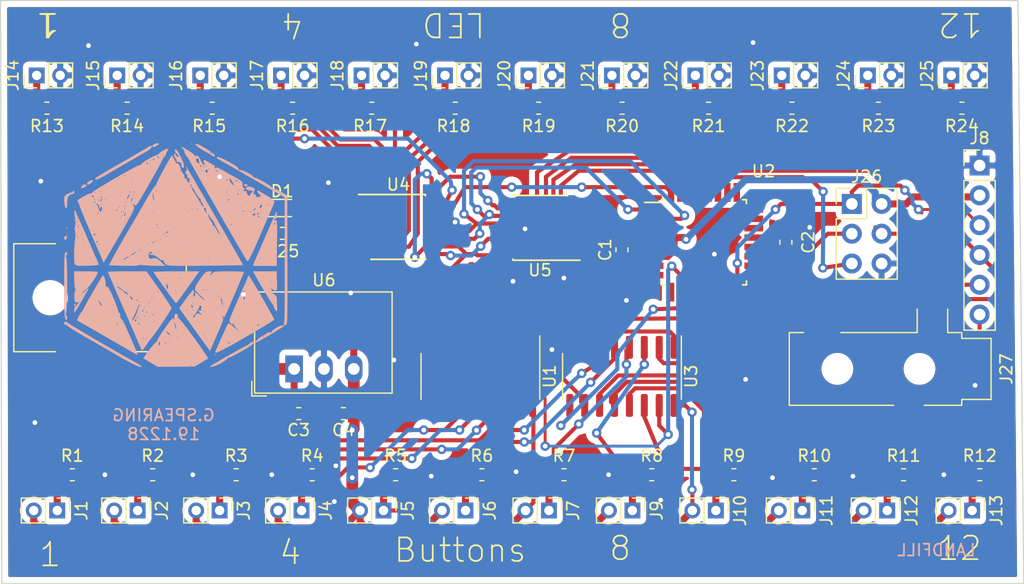
<source format=kicad_pcb>
(kicad_pcb (version 20171130) (host pcbnew 5.1.5-52549c5~84~ubuntu18.04.1)
  (layers (0 F.Cu signal) (31 B.Cu signal) (34 B.Paste user) (35 F.Paste user) (36 B.SilkS user) (37 F.SilkS user) (38 B.Mask user) (39 F.Mask user) (44 Edge.Cuts user))
  (net 0 "")
  (net 1 +5V)
  (net 2 GND)
  (net 3 "Net-(C2-Pad1)")
  (net 4 +12V)
  (net 5 "Net-(D1-Pad2)")
  (net 6 "Net-(J1-Pad1)")
  (net 7 "Net-(J2-Pad1)")
  (net 8 "Net-(J3-Pad1)")
  (net 9 "Net-(J4-Pad1)")
  (net 10 "Net-(J5-Pad1)")
  (net 11 "Net-(J6-Pad1)")
  (net 12 "Net-(J7-Pad1)")
  (net 13 "Net-(J9-Pad1)")
  (net 14 "Net-(J10-Pad1)")
  (net 15 "Net-(J11-Pad1)")
  (net 16 "Net-(J12-Pad1)")
  (net 17 "Net-(J13-Pad1)")
  (net 18 "Net-(J14-Pad1)")
  (net 19 "Net-(J15-Pad1)")
  (net 20 "Net-(J16-Pad1)")
  (net 21 "Net-(J17-Pad1)")
  (net 22 "Net-(J18-Pad1)")
  (net 23 "Net-(J19-Pad1)")
  (net 24 "Net-(J20-Pad1)")
  (net 25 "Net-(J21-Pad1)")
  (net 26 "Net-(J22-Pad1)")
  (net 27 "Net-(J23-Pad1)")
  (net 28 "Net-(J24-Pad1)")
  (net 29 "Net-(J25-Pad1)")
  (net 30 /MISO)
  (net 31 "Net-(R13-Pad2)")
  (net 32 "Net-(R14-Pad2)")
  (net 33 "Net-(R15-Pad2)")
  (net 34 "Net-(R16-Pad2)")
  (net 35 "Net-(R17-Pad2)")
  (net 36 "Net-(R18-Pad2)")
  (net 37 "Net-(R19-Pad2)")
  (net 38 "Net-(R20-Pad2)")
  (net 39 "Net-(R21-Pad2)")
  (net 40 "Net-(R22-Pad2)")
  (net 41 "Net-(R23-Pad2)")
  (net 42 "Net-(R24-Pad2)")
  (net 43 /Label_Pin)
  (net 44 /Clock_Pin)
  (net 45 /165_Daisy)
  (net 46 /Enable_Pin)
  (net 47 "Net-(U2-Pad1)")
  (net 48 "Net-(U2-Pad2)")
  (net 49 /Data_Pin)
  (net 50 "Net-(J8-Pad6)")
  (net 51 /MOSI)
  (net 52 /SCK)
  (net 53 /RST)
  (net 54 "Net-(U2-Pad32)")
  (net 55 "Net-(U4-Pad9)")
  (net 56 "Net-(J27-PadS)")
  (module landfillBoard:arcana_logo (layer B.Cu) (at 120.2436 84.6328 180)
    (fp_text reference G*** hide)
    (fp_text value LOGO hide)
  )
  (module Package_SO:SSOP-16_4.4x5.2mm_P0.65mm (layer F.Cu) (at 151.2316 82.3214 180)
    (fp_text reference U5 (at 0 -3.65) (layer F.SilkS))
    (fp_text value 74HC595)
    (pad 1 smd rect (at -2.9 -2.275 180) (size 1 0.4) (layers F.Cu F.Paste F.Mask) (net 40 "Net-(R22-Pad2)"))
    (pad 2 smd rect (at -2.9 -1.625 180) (size 1 0.4) (layers F.Cu F.Paste F.Mask) (net 41 "Net-(R23-Pad2)"))
    (pad 3 smd rect (at -2.9 -0.975 180) (size 1 0.4) (layers F.Cu F.Paste F.Mask) (net 42 "Net-(R24-Pad2)"))
    (pad 4 smd rect (at -2.9 -0.325 180) (size 1 0.4) (layers F.Cu F.Paste F.Mask))
    (pad 5 smd rect (at -2.9 0.325 180) (size 1 0.4) (layers F.Cu F.Paste F.Mask))
    (pad 6 smd rect (at -2.9 0.975 180) (size 1 0.4) (layers F.Cu F.Paste F.Mask))
    (pad 7 smd rect (at -2.9 1.625 180) (size 1 0.4) (layers F.Cu F.Paste F.Mask))
    (pad 8 smd rect (at -2.9 2.275 180) (size 1 0.4) (layers F.Cu F.Paste F.Mask) (net 2 GND))
    (pad 9 smd rect (at 2.9 2.275 180) (size 1 0.4) (layers F.Cu F.Paste F.Mask))
    (pad 10 smd rect (at 2.9 1.625 180) (size 1 0.4) (layers F.Cu F.Paste F.Mask) (net 1 +5V))
    (pad 11 smd rect (at 2.9 0.975 180) (size 1 0.4) (layers F.Cu F.Paste F.Mask) (net 47 "Net-(U2-Pad1)"))
    (pad 12 smd rect (at 2.9 0.325 180) (size 1 0.4) (layers F.Cu F.Paste F.Mask) (net 48 "Net-(U2-Pad2)"))
    (pad 13 smd rect (at 2.9 -0.325 180) (size 1 0.4) (layers F.Cu F.Paste F.Mask) (net 2 GND))
    (pad 14 smd rect (at 2.9 -0.975 180) (size 1 0.4) (layers F.Cu F.Paste F.Mask) (net 55 "Net-(U4-Pad9)"))
    (pad 15 smd rect (at 2.9 -1.625 180) (size 1 0.4) (layers F.Cu F.Paste F.Mask) (net 39 "Net-(R21-Pad2)"))
    (pad 16 smd rect (at 2.9 -2.275 180) (size 1 0.4) (layers F.Cu F.Paste F.Mask) (net 1 +5V))
  )
  (module Connector_BarrelJack:BarrelJack_CUI_PJ-036AH-SMT_Horizontal (layer F.Cu) (at 116.4844 88.3158 270)
    (fp_text reference J28 (at -4.5 -5.75 90) (layer F.SilkS))
    (fp_text value Barrel_Jack_Switch)
    (pad "" np_thru_hole circle (at 0 7 270) (size 2 2) (drill 2) (layers *.Cu *.Mask))
    (pad 3 smd rect (at 6.45 3.2 270) (size 3.9 6.2) (layers F.Cu F.Paste F.Mask) (net 2 GND))
    (pad 2 smd rect (at -6.45 3.2 270) (size 3.9 6.2) (layers F.Cu F.Paste F.Mask) (net 2 GND))
    (pad 1 smd rect (at 0.7 -5.8 270) (size 3.3 4.4) (layers F.Cu F.Paste F.Mask) (net 4 +12V))
  )
  (module Connector_PinHeader_2.00mm:PinHeader_1x02_P2.00mm_Vertical (layer F.Cu) (at 186.2836 69.3674 90)
    (fp_text reference J25 (at 0 -2.06 90) (layer F.SilkS))
    (fp_text value Conn_01x02)
    (pad 2 thru_hole oval (at 0 2 90) (size 1.35 1.35) (drill 0.8) (layers *.Cu *.Mask) (net 2 GND))
    (pad 1 thru_hole rect (at 0 0 90) (size 1.35 1.35) (drill 0.8) (layers *.Cu *.Mask) (net 29 "Net-(J25-Pad1)"))
  )
  (module Connector_PinHeader_2.00mm:PinHeader_1x02_P2.00mm_Vertical (layer F.Cu) (at 179.1716 69.3674 90)
    (fp_text reference J24 (at 0 -2.06 90) (layer F.SilkS))
    (fp_text value Conn_01x02)
    (pad 2 thru_hole oval (at 0 2 90) (size 1.35 1.35) (drill 0.8) (layers *.Cu *.Mask) (net 2 GND))
    (pad 1 thru_hole rect (at 0 0 90) (size 1.35 1.35) (drill 0.8) (layers *.Cu *.Mask) (net 28 "Net-(J24-Pad1)"))
  )
  (module Connector_PinHeader_2.00mm:PinHeader_1x02_P2.00mm_Vertical (layer F.Cu) (at 171.8376 69.3674 90)
    (fp_text reference J23 (at 0 -2.06 90) (layer F.SilkS))
    (fp_text value Conn_01x02)
    (pad 2 thru_hole oval (at 0 2 90) (size 1.35 1.35) (drill 0.8) (layers *.Cu *.Mask) (net 2 GND))
    (pad 1 thru_hole rect (at 0 0 90) (size 1.35 1.35) (drill 0.8) (layers *.Cu *.Mask) (net 27 "Net-(J23-Pad1)"))
  )
  (module Connector_PinHeader_2.00mm:PinHeader_1x02_P2.00mm_Vertical (layer F.Cu) (at 164.4716 69.3674 90)
    (fp_text reference J22 (at 0 -2.06 90) (layer F.SilkS))
    (fp_text value Conn_01x02)
    (pad 2 thru_hole oval (at 0 2 90) (size 1.35 1.35) (drill 0.8) (layers *.Cu *.Mask) (net 2 GND))
    (pad 1 thru_hole rect (at 0 0 90) (size 1.35 1.35) (drill 0.8) (layers *.Cu *.Mask) (net 26 "Net-(J22-Pad1)"))
  )
  (module Connector_PinHeader_2.00mm:PinHeader_1x02_P2.00mm_Vertical (layer F.Cu) (at 157.3596 69.3674 90)
    (fp_text reference J21 (at 0 -2.06 90) (layer F.SilkS))
    (fp_text value Conn_01x02)
    (pad 2 thru_hole oval (at 0 2 90) (size 1.35 1.35) (drill 0.8) (layers *.Cu *.Mask) (net 2 GND))
    (pad 1 thru_hole rect (at 0 0 90) (size 1.35 1.35) (drill 0.8) (layers *.Cu *.Mask) (net 25 "Net-(J21-Pad1)"))
  )
  (module Connector_PinHeader_2.00mm:PinHeader_1x02_P2.00mm_Vertical (layer F.Cu) (at 150.2476 69.3674 90)
    (fp_text reference J20 (at 0 -2.06 90) (layer F.SilkS))
    (fp_text value Conn_01x02)
    (pad 2 thru_hole oval (at 0 2 90) (size 1.35 1.35) (drill 0.8) (layers *.Cu *.Mask) (net 2 GND))
    (pad 1 thru_hole rect (at 0 0 90) (size 1.35 1.35) (drill 0.8) (layers *.Cu *.Mask) (net 24 "Net-(J20-Pad1)"))
  )
  (module Connector_PinHeader_2.00mm:PinHeader_1x02_P2.00mm_Vertical (layer F.Cu) (at 143.1356 69.3674 90)
    (fp_text reference J19 (at 0 -2.06 90) (layer F.SilkS))
    (fp_text value Conn_01x02)
    (pad 2 thru_hole oval (at 0 2 90) (size 1.35 1.35) (drill 0.8) (layers *.Cu *.Mask) (net 2 GND))
    (pad 1 thru_hole rect (at 0 0 90) (size 1.35 1.35) (drill 0.8) (layers *.Cu *.Mask) (net 23 "Net-(J19-Pad1)"))
  )
  (module Connector_PinHeader_2.00mm:PinHeader_1x02_P2.00mm_Vertical (layer F.Cu) (at 136.0236 69.3674 90)
    (fp_text reference J18 (at 0 -2.06 90) (layer F.SilkS))
    (fp_text value Conn_01x02)
    (pad 2 thru_hole oval (at 0 2 90) (size 1.35 1.35) (drill 0.8) (layers *.Cu *.Mask) (net 2 GND))
    (pad 1 thru_hole rect (at 0 0 90) (size 1.35 1.35) (drill 0.8) (layers *.Cu *.Mask) (net 22 "Net-(J18-Pad1)"))
  )
  (module Connector_PinHeader_2.00mm:PinHeader_1x02_P2.00mm_Vertical (layer F.Cu) (at 129.1656 69.3674 90)
    (fp_text reference J17 (at 0 -2.06 90) (layer F.SilkS))
    (fp_text value Conn_01x02)
    (pad 2 thru_hole oval (at 0 2 90) (size 1.35 1.35) (drill 0.8) (layers *.Cu *.Mask) (net 2 GND))
    (pad 1 thru_hole rect (at 0 0 90) (size 1.35 1.35) (drill 0.8) (layers *.Cu *.Mask) (net 21 "Net-(J17-Pad1)"))
  )
  (module Connector_PinHeader_2.00mm:PinHeader_1x02_P2.00mm_Vertical (layer F.Cu) (at 122.2756 69.3674 90)
    (fp_text reference J16 (at 0 -2.06 90) (layer F.SilkS))
    (fp_text value Conn_01x02)
    (pad 2 thru_hole oval (at 0 2 90) (size 1.35 1.35) (drill 0.8) (layers *.Cu *.Mask) (net 2 GND))
    (pad 1 thru_hole rect (at 0 0 90) (size 1.35 1.35) (drill 0.8) (layers *.Cu *.Mask) (net 20 "Net-(J16-Pad1)"))
  )
  (module Connector_PinHeader_2.00mm:PinHeader_1x02_P2.00mm_Vertical (layer F.Cu) (at 115.1956 69.3674 90)
    (fp_text reference J15 (at 0 -2.06 90) (layer F.SilkS))
    (fp_text value Conn_01x02)
    (pad 2 thru_hole oval (at 0 2 90) (size 1.35 1.35) (drill 0.8) (layers *.Cu *.Mask) (net 2 GND))
    (pad 1 thru_hole rect (at 0 0 90) (size 1.35 1.35) (drill 0.8) (layers *.Cu *.Mask) (net 19 "Net-(J15-Pad1)"))
  )
  (module Connector_PinHeader_2.00mm:PinHeader_1x02_P2.00mm_Vertical (layer F.Cu) (at 108.3376 69.3674 90)
    (fp_text reference J14 (at 0 -2.06 90) (layer F.SilkS))
    (fp_text value Conn_01x02)
    (pad 2 thru_hole oval (at 0 2 90) (size 1.35 1.35) (drill 0.8) (layers *.Cu *.Mask) (net 2 GND))
    (pad 1 thru_hole rect (at 0 0 90) (size 1.35 1.35) (drill 0.8) (layers *.Cu *.Mask) (net 18 "Net-(J14-Pad1)"))
  )
  (module Connector_PinHeader_2.00mm:PinHeader_1x02_P2.00mm_Vertical (layer F.Cu) (at 188.0616 106.4514 270)
    (fp_text reference J13 (at 0 -2.06 90) (layer F.SilkS))
    (fp_text value Conn_01x02)
    (pad 2 thru_hole oval (at 0 2 270) (size 1.35 1.35) (drill 0.8) (layers *.Cu *.Mask) (net 1 +5V))
    (pad 1 thru_hole rect (at 0 0 270) (size 1.35 1.35) (drill 0.8) (layers *.Cu *.Mask) (net 17 "Net-(J13-Pad1)"))
  )
  (module Connector_PinHeader_2.00mm:PinHeader_1x02_P2.00mm_Vertical (layer F.Cu) (at 180.8226 106.4514 270)
    (fp_text reference J12 (at 0 -2.06 90) (layer F.SilkS))
    (fp_text value Conn_01x02)
    (pad 2 thru_hole oval (at 0 2 270) (size 1.35 1.35) (drill 0.8) (layers *.Cu *.Mask) (net 1 +5V))
    (pad 1 thru_hole rect (at 0 0 270) (size 1.35 1.35) (drill 0.8) (layers *.Cu *.Mask) (net 16 "Net-(J12-Pad1)"))
  )
  (module Connector_PinHeader_2.00mm:PinHeader_1x02_P2.00mm_Vertical (layer F.Cu) (at 173.5836 106.4514 270)
    (fp_text reference J11 (at 0 -2.06 90) (layer F.SilkS))
    (fp_text value Conn_01x02)
    (pad 2 thru_hole oval (at 0 2 270) (size 1.35 1.35) (drill 0.8) (layers *.Cu *.Mask) (net 1 +5V))
    (pad 1 thru_hole rect (at 0 0 270) (size 1.35 1.35) (drill 0.8) (layers *.Cu *.Mask) (net 15 "Net-(J11-Pad1)"))
  )
  (module Connector_PinHeader_2.00mm:PinHeader_1x02_P2.00mm_Vertical (layer F.Cu) (at 166.2176 106.4514 270)
    (fp_text reference J10 (at 0 -2.06 90) (layer F.SilkS))
    (fp_text value Conn_01x02)
    (pad 2 thru_hole oval (at 0 2 270) (size 1.35 1.35) (drill 0.8) (layers *.Cu *.Mask) (net 1 +5V))
    (pad 1 thru_hole rect (at 0 0 270) (size 1.35 1.35) (drill 0.8) (layers *.Cu *.Mask) (net 14 "Net-(J10-Pad1)"))
  )
  (module Connector_PinHeader_2.00mm:PinHeader_1x02_P2.00mm_Vertical (layer F.Cu) (at 159.1056 106.4514 270)
    (fp_text reference J9 (at 0 -2.06 90) (layer F.SilkS))
    (fp_text value Conn_01x02)
    (pad 2 thru_hole oval (at 0 2 270) (size 1.35 1.35) (drill 0.8) (layers *.Cu *.Mask) (net 1 +5V))
    (pad 1 thru_hole rect (at 0 0 270) (size 1.35 1.35) (drill 0.8) (layers *.Cu *.Mask) (net 13 "Net-(J9-Pad1)"))
  )
  (module Connector_PinHeader_2.00mm:PinHeader_1x02_P2.00mm_Vertical (layer F.Cu) (at 151.9936 106.4514 270)
    (fp_text reference J7 (at 0 -2.06 90) (layer F.SilkS))
    (fp_text value Conn_01x02)
    (pad 2 thru_hole oval (at 0 2 270) (size 1.35 1.35) (drill 0.8) (layers *.Cu *.Mask) (net 1 +5V))
    (pad 1 thru_hole rect (at 0 0 270) (size 1.35 1.35) (drill 0.8) (layers *.Cu *.Mask) (net 12 "Net-(J7-Pad1)"))
  )
  (module Connector_PinHeader_2.00mm:PinHeader_1x02_P2.00mm_Vertical (layer F.Cu) (at 144.8816 106.4514 270)
    (fp_text reference J6 (at 0 -2.06 90) (layer F.SilkS))
    (fp_text value Conn_01x02)
    (pad 2 thru_hole oval (at 0 2 270) (size 1.35 1.35) (drill 0.8) (layers *.Cu *.Mask) (net 1 +5V))
    (pad 1 thru_hole rect (at 0 0 270) (size 1.35 1.35) (drill 0.8) (layers *.Cu *.Mask) (net 11 "Net-(J6-Pad1)"))
  )
  (module Connector_PinHeader_2.00mm:PinHeader_1x02_P2.00mm_Vertical (layer F.Cu) (at 137.8966 106.4514 270)
    (fp_text reference J5 (at 0 -2.06 90) (layer F.SilkS))
    (fp_text value Conn_01x02)
    (pad 2 thru_hole oval (at 0 2 270) (size 1.35 1.35) (drill 0.8) (layers *.Cu *.Mask) (net 1 +5V))
    (pad 1 thru_hole rect (at 0 0 270) (size 1.35 1.35) (drill 0.8) (layers *.Cu *.Mask) (net 10 "Net-(J5-Pad1)"))
  )
  (module Connector_PinHeader_2.00mm:PinHeader_1x02_P2.00mm_Vertical (layer F.Cu) (at 130.9116 106.4514 270)
    (fp_text reference J4 (at 0 -2.06 90) (layer F.SilkS))
    (fp_text value Conn_01x02)
    (pad 2 thru_hole oval (at 0 2 270) (size 1.35 1.35) (drill 0.8) (layers *.Cu *.Mask) (net 1 +5V))
    (pad 1 thru_hole rect (at 0 0 270) (size 1.35 1.35) (drill 0.8) (layers *.Cu *.Mask) (net 9 "Net-(J4-Pad1)"))
  )
  (module Connector_PinHeader_2.00mm:PinHeader_1x02_P2.00mm_Vertical (layer F.Cu) (at 123.9266 106.4514 270)
    (fp_text reference J3 (at 0 -2.06 90) (layer F.SilkS))
    (fp_text value Conn_01x02)
    (pad 2 thru_hole oval (at 0 2 270) (size 1.35 1.35) (drill 0.8) (layers *.Cu *.Mask) (net 1 +5V))
    (pad 1 thru_hole rect (at 0 0 270) (size 1.35 1.35) (drill 0.8) (layers *.Cu *.Mask) (net 8 "Net-(J3-Pad1)"))
  )
  (module Connector_PinHeader_2.00mm:PinHeader_1x02_P2.00mm_Vertical (layer F.Cu) (at 116.9416 106.4514 270)
    (fp_text reference J2 (at 0 -2.06 90) (layer F.SilkS))
    (fp_text value Conn_01x02)
    (pad 2 thru_hole oval (at 0 2 270) (size 1.35 1.35) (drill 0.8) (layers *.Cu *.Mask) (net 1 +5V))
    (pad 1 thru_hole rect (at 0 0 270) (size 1.35 1.35) (drill 0.8) (layers *.Cu *.Mask) (net 7 "Net-(J2-Pad1)"))
  )
  (module Connector_PinHeader_2.00mm:PinHeader_1x02_P2.00mm_Vertical (layer F.Cu) (at 110.0836 106.4514 270)
    (fp_text reference J1 (at 0 -2.06 90) (layer F.SilkS))
    (fp_text value Conn_01x02)
    (pad 2 thru_hole oval (at 0 2 270) (size 1.35 1.35) (drill 0.8) (layers *.Cu *.Mask) (net 1 +5V))
    (pad 1 thru_hole rect (at 0 0 270) (size 1.35 1.35) (drill 0.8) (layers *.Cu *.Mask) (net 6 "Net-(J1-Pad1)"))
  )
  (module Connector_Audio:Jack_3.5mm_CUI_SJ-3523-SMT_Horizontal (layer F.Cu) (at 181.0766 94.3864 270)
    (fp_text reference J27 (at 0 -9.9 90) (layer F.SilkS))
    (fp_text value AudioJack2_Ground)
    (pad "" np_thru_hole circle (at 0 4.5 270) (size 1.7 1.7) (drill 1.7) (layers *.Cu *.Mask))
    (pad "" np_thru_hole circle (at 0 -2.5 270) (size 1.7 1.7) (drill 1.7) (layers *.Cu *.Mask))
    (pad T smd rect (at -3.7 5.8 270) (size 2.8 2.8) (layers F.Cu F.Paste F.Mask) (net 56 "Net-(J27-PadS)"))
    (pad S smd rect (at -3.7 -3.6 270) (size 2.8 2.2) (layers F.Cu F.Paste F.Mask) (net 56 "Net-(J27-PadS)"))
    (pad G smd rect (at 3.7 -1.6 270) (size 2.8 2.2) (layers F.Cu F.Paste F.Mask) (net 2 GND))
  )
  (module Capacitor_SMD:C_0603_1608Metric_Pad1.05x0.95mm_HandSolder (layer F.Cu) (at 158.2166 84.2264 90)
    (fp_text reference C1 (at 0 -1.43 90) (layer F.SilkS))
    (fp_text value .1u)
    (pad 2 smd roundrect (at 0.875 0 90) (size 1.05 0.95) (layers F.Cu F.Paste F.Mask) (net 2 GND))
    (pad 1 smd roundrect (at -0.875 0 90) (size 1.05 0.95) (layers F.Cu F.Paste F.Mask) (net 1 +5V))
  )
  (module Capacitor_SMD:C_0603_1608Metric_Pad1.05x0.95mm_HandSolder (layer F.Cu) (at 172.1866 83.5914 90)
    (fp_text reference C2 (at 0 1.905 90) (layer F.SilkS))
    (fp_text value .1u)
    (pad 1 smd roundrect (at -0.875 0 90) (size 1.05 0.95) (layers F.Cu F.Paste F.Mask) (net 3 "Net-(C2-Pad1)"))
    (pad 2 smd roundrect (at 0.875 0 90) (size 1.05 0.95) (layers F.Cu F.Paste F.Mask) (net 2 GND))
  )
  (module Capacitor_SMD:C_0603_1608Metric_Pad1.05x0.95mm_HandSolder (layer F.Cu) (at 130.6716 98.1964)
    (fp_text reference C3 (at -0.014 1.397) (layer F.SilkS))
    (fp_text value 1u)
    (pad 1 smd roundrect (at -0.875 0) (size 1.05 0.95) (layers F.Cu F.Paste F.Mask) (net 4 +12V))
    (pad 2 smd roundrect (at 0.875 0) (size 1.05 0.95) (layers F.Cu F.Paste F.Mask) (net 2 GND))
  )
  (module Capacitor_SMD:C_0603_1608Metric_Pad1.05x0.95mm_HandSolder (layer F.Cu) (at 134.4816 98.1964 180)
    (fp_text reference C4 (at 0 -1.397) (layer F.SilkS))
    (fp_text value 10u)
    (pad 2 smd roundrect (at 0.875 0 180) (size 1.05 0.95) (layers F.Cu F.Paste F.Mask) (net 2 GND))
    (pad 1 smd roundrect (at -0.875 0 180) (size 1.05 0.95) (layers F.Cu F.Paste F.Mask) (net 1 +5V))
  )
  (module LED_SMD:LED_0603_1608Metric_Pad1.05x0.95mm_HandSolder (layer F.Cu) (at 129.2606 80.6704)
    (fp_text reference D1 (at 0 -1.43) (layer F.SilkS))
    (fp_text value LED)
    (pad 1 smd roundrect (at -0.875 0) (size 1.05 0.95) (layers F.Cu F.Paste F.Mask) (net 2 GND))
    (pad 2 smd roundrect (at 0.875 0) (size 1.05 0.95) (layers F.Cu F.Paste F.Mask) (net 5 "Net-(D1-Pad2)"))
  )
  (module Resistor_SMD:R_0603_1608Metric_Pad1.05x0.95mm_HandSolder (layer F.Cu) (at 111.3676 103.4034 180)
    (fp_text reference R1 (at 0 1.618) (layer F.SilkS))
    (fp_text value 10k)
    (pad 1 smd roundrect (at -0.875 0 180) (size 1.05 0.95) (layers F.Cu F.Paste F.Mask) (net 2 GND))
    (pad 2 smd roundrect (at 0.875 0 180) (size 1.05 0.95) (layers F.Cu F.Paste F.Mask) (net 6 "Net-(J1-Pad1)"))
  )
  (module Resistor_SMD:R_0603_1608Metric_Pad1.05x0.95mm_HandSolder (layer F.Cu) (at 118.2256 103.4034 180)
    (fp_text reference R2 (at 0 1.618) (layer F.SilkS))
    (fp_text value 10k)
    (pad 1 smd roundrect (at -0.875 0 180) (size 1.05 0.95) (layers F.Cu F.Paste F.Mask) (net 2 GND))
    (pad 2 smd roundrect (at 0.875 0 180) (size 1.05 0.95) (layers F.Cu F.Paste F.Mask) (net 7 "Net-(J2-Pad1)"))
  )
  (module Resistor_SMD:R_0603_1608Metric_Pad1.05x0.95mm_HandSolder (layer F.Cu) (at 125.3376 103.4034 180)
    (fp_text reference R3 (at 0 1.618) (layer F.SilkS))
    (fp_text value 10k)
    (pad 1 smd roundrect (at -0.875 0 180) (size 1.05 0.95) (layers F.Cu F.Paste F.Mask) (net 2 GND))
    (pad 2 smd roundrect (at 0.875 0 180) (size 1.05 0.95) (layers F.Cu F.Paste F.Mask) (net 8 "Net-(J3-Pad1)"))
  )
  (module Resistor_SMD:R_0603_1608Metric_Pad1.05x0.95mm_HandSolder (layer F.Cu) (at 131.8146 103.4034 180)
    (fp_text reference R4 (at 0 1.618) (layer F.SilkS))
    (fp_text value 10k)
    (pad 1 smd roundrect (at -0.875 0 180) (size 1.05 0.95) (layers F.Cu F.Paste F.Mask) (net 2 GND))
    (pad 2 smd roundrect (at 0.875 0 180) (size 1.05 0.95) (layers F.Cu F.Paste F.Mask) (net 9 "Net-(J4-Pad1)"))
  )
  (module Resistor_SMD:R_0603_1608Metric_Pad1.05x0.95mm_HandSolder (layer F.Cu) (at 138.9266 103.4034 180)
    (fp_text reference R5 (at 0 1.618) (layer F.SilkS))
    (fp_text value 10k)
    (pad 1 smd roundrect (at -0.875 0 180) (size 1.05 0.95) (layers F.Cu F.Paste F.Mask) (net 2 GND))
    (pad 2 smd roundrect (at 0.875 0 180) (size 1.05 0.95) (layers F.Cu F.Paste F.Mask) (net 10 "Net-(J5-Pad1)"))
  )
  (module Resistor_SMD:R_0603_1608Metric_Pad1.05x0.95mm_HandSolder (layer F.Cu) (at 146.2786 103.4034 180)
    (fp_text reference R6 (at 0 1.618) (layer F.SilkS))
    (fp_text value 10k)
    (pad 1 smd roundrect (at -0.875 0 180) (size 1.05 0.95) (layers F.Cu F.Paste F.Mask) (net 2 GND))
    (pad 2 smd roundrect (at 0.875 0 180) (size 1.05 0.95) (layers F.Cu F.Paste F.Mask) (net 11 "Net-(J6-Pad1)"))
  )
  (module Resistor_SMD:R_0603_1608Metric_Pad1.05x0.95mm_HandSolder (layer F.Cu) (at 153.2776 103.4034 180)
    (fp_text reference R7 (at 0 1.618) (layer F.SilkS))
    (fp_text value 10k)
    (pad 2 smd roundrect (at 0.875 0 180) (size 1.05 0.95) (layers F.Cu F.Paste F.Mask) (net 12 "Net-(J7-Pad1)"))
    (pad 1 smd roundrect (at -0.875 0 180) (size 1.05 0.95) (layers F.Cu F.Paste F.Mask) (net 2 GND))
  )
  (module Resistor_SMD:R_0603_1608Metric_Pad1.05x0.95mm_HandSolder (layer F.Cu) (at 160.7566 103.4034 180)
    (fp_text reference R8 (at 0 1.618) (layer F.SilkS))
    (fp_text value 10k)
    (pad 2 smd roundrect (at 0.875 0 180) (size 1.05 0.95) (layers F.Cu F.Paste F.Mask) (net 13 "Net-(J9-Pad1)"))
    (pad 1 smd roundrect (at -0.875 0 180) (size 1.05 0.95) (layers F.Cu F.Paste F.Mask) (net 2 GND))
  )
  (module Resistor_SMD:R_0603_1608Metric_Pad1.05x0.95mm_HandSolder (layer F.Cu) (at 167.7556 103.4034 180)
    (fp_text reference R9 (at 0 1.618) (layer F.SilkS))
    (fp_text value 10k)
    (pad 2 smd roundrect (at 0.875 0 180) (size 1.05 0.95) (layers F.Cu F.Paste F.Mask) (net 14 "Net-(J10-Pad1)"))
    (pad 1 smd roundrect (at -0.875 0 180) (size 1.05 0.95) (layers F.Cu F.Paste F.Mask) (net 2 GND))
  )
  (module Resistor_SMD:R_0603_1608Metric_Pad1.05x0.95mm_HandSolder (layer F.Cu) (at 174.6136 103.4034 180)
    (fp_text reference R10 (at 0 1.618) (layer F.SilkS))
    (fp_text value 10k)
    (pad 2 smd roundrect (at 0.875 0 180) (size 1.05 0.95) (layers F.Cu F.Paste F.Mask) (net 15 "Net-(J11-Pad1)"))
    (pad 1 smd roundrect (at -0.875 0 180) (size 1.05 0.95) (layers F.Cu F.Paste F.Mask) (net 2 GND))
  )
  (module Resistor_SMD:R_0603_1608Metric_Pad1.05x0.95mm_HandSolder (layer F.Cu) (at 182.2196 103.4034 180)
    (fp_text reference R11 (at 0 1.618) (layer F.SilkS))
    (fp_text value 10k)
    (pad 2 smd roundrect (at 0.875 0 180) (size 1.05 0.95) (layers F.Cu F.Paste F.Mask) (net 16 "Net-(J12-Pad1)"))
    (pad 1 smd roundrect (at -0.875 0 180) (size 1.05 0.95) (layers F.Cu F.Paste F.Mask) (net 2 GND))
  )
  (module Resistor_SMD:R_0603_1608Metric_Pad1.05x0.95mm_HandSolder (layer F.Cu) (at 188.7106 103.4034 180)
    (fp_text reference R12 (at 0 1.618) (layer F.SilkS))
    (fp_text value 10k)
    (pad 1 smd roundrect (at -0.875 0 180) (size 1.05 0.95) (layers F.Cu F.Paste F.Mask) (net 2 GND))
    (pad 2 smd roundrect (at 0.875 0 180) (size 1.05 0.95) (layers F.Cu F.Paste F.Mask) (net 17 "Net-(J13-Pad1)"))
  )
  (module Resistor_SMD:R_0603_1608Metric_Pad1.05x0.95mm_HandSolder (layer F.Cu) (at 109.2086 72.1614)
    (fp_text reference R13 (at 0 1.524) (layer F.SilkS))
    (fp_text value 330)
    (pad 1 smd roundrect (at -0.875 0) (size 1.05 0.95) (layers F.Cu F.Paste F.Mask) (net 18 "Net-(J14-Pad1)"))
    (pad 2 smd roundrect (at 0.875 0) (size 1.05 0.95) (layers F.Cu F.Paste F.Mask) (net 31 "Net-(R13-Pad2)"))
  )
  (module Resistor_SMD:R_0603_1608Metric_Pad1.05x0.95mm_HandSolder (layer F.Cu) (at 116.0386 72.1614)
    (fp_text reference R14 (at 0 1.524) (layer F.SilkS))
    (fp_text value 330)
    (pad 1 smd roundrect (at -0.875 0) (size 1.05 0.95) (layers F.Cu F.Paste F.Mask) (net 19 "Net-(J15-Pad1)"))
    (pad 2 smd roundrect (at 0.875 0) (size 1.05 0.95) (layers F.Cu F.Paste F.Mask) (net 32 "Net-(R14-Pad2)"))
  )
  (module Resistor_SMD:R_0603_1608Metric_Pad1.05x0.95mm_HandSolder (layer F.Cu) (at 123.2916 72.1614)
    (fp_text reference R15 (at -0.254 1.524) (layer F.SilkS))
    (fp_text value 330)
    (pad 1 smd roundrect (at -0.875 0) (size 1.05 0.95) (layers F.Cu F.Paste F.Mask) (net 20 "Net-(J16-Pad1)"))
    (pad 2 smd roundrect (at 0.875 0) (size 1.05 0.95) (layers F.Cu F.Paste F.Mask) (net 33 "Net-(R15-Pad2)"))
  )
  (module Resistor_SMD:R_0603_1608Metric_Pad1.05x0.95mm_HandSolder (layer F.Cu) (at 130.1496 72.1614)
    (fp_text reference R16 (at 0 1.524) (layer F.SilkS))
    (fp_text value 330)
    (pad 1 smd roundrect (at -0.875 0) (size 1.05 0.95) (layers F.Cu F.Paste F.Mask) (net 21 "Net-(J17-Pad1)"))
    (pad 2 smd roundrect (at 0.875 0) (size 1.05 0.95) (layers F.Cu F.Paste F.Mask) (net 34 "Net-(R16-Pad2)"))
  )
  (module Resistor_SMD:R_0603_1608Metric_Pad1.05x0.95mm_HandSolder (layer F.Cu) (at 136.8946 72.1614)
    (fp_text reference R17 (at -0.141 1.524) (layer F.SilkS))
    (fp_text value 330)
    (pad 1 smd roundrect (at -0.875 0) (size 1.05 0.95) (layers F.Cu F.Paste F.Mask) (net 22 "Net-(J18-Pad1)"))
    (pad 2 smd roundrect (at 0.875 0) (size 1.05 0.95) (layers F.Cu F.Paste F.Mask) (net 35 "Net-(R17-Pad2)"))
  )
  (module Resistor_SMD:R_0603_1608Metric_Pad1.05x0.95mm_HandSolder (layer F.Cu) (at 144.0066 72.1614)
    (fp_text reference R18 (at -0.141 1.524) (layer F.SilkS))
    (fp_text value 330)
    (pad 2 smd roundrect (at 0.875 0) (size 1.05 0.95) (layers F.Cu F.Paste F.Mask) (net 36 "Net-(R18-Pad2)"))
    (pad 1 smd roundrect (at -0.875 0) (size 1.05 0.95) (layers F.Cu F.Paste F.Mask) (net 23 "Net-(J19-Pad1)"))
  )
  (module Resistor_SMD:R_0603_1608Metric_Pad1.05x0.95mm_HandSolder (layer F.Cu) (at 151.1186 72.1614)
    (fp_text reference R19 (at 0 1.524) (layer F.SilkS))
    (fp_text value 330)
    (pad 2 smd roundrect (at 0.875 0) (size 1.05 0.95) (layers F.Cu F.Paste F.Mask) (net 37 "Net-(R19-Pad2)"))
    (pad 1 smd roundrect (at -0.875 0) (size 1.05 0.95) (layers F.Cu F.Paste F.Mask) (net 24 "Net-(J20-Pad1)"))
  )
  (module Resistor_SMD:R_0603_1608Metric_Pad1.05x0.95mm_HandSolder (layer F.Cu) (at 158.2306 72.1614)
    (fp_text reference R20 (at 0 1.524) (layer F.SilkS))
    (fp_text value 330)
    (pad 2 smd roundrect (at 0.875 0) (size 1.05 0.95) (layers F.Cu F.Paste F.Mask) (net 38 "Net-(R20-Pad2)"))
    (pad 1 smd roundrect (at -0.875 0) (size 1.05 0.95) (layers F.Cu F.Paste F.Mask) (net 25 "Net-(J21-Pad1)"))
  )
  (module Resistor_SMD:R_0603_1608Metric_Pad1.05x0.95mm_HandSolder (layer F.Cu) (at 165.5966 72.1614)
    (fp_text reference R21 (at 0 1.524) (layer F.SilkS))
    (fp_text value 330)
    (pad 2 smd roundrect (at 0.875 0) (size 1.05 0.95) (layers F.Cu F.Paste F.Mask) (net 39 "Net-(R21-Pad2)"))
    (pad 1 smd roundrect (at -0.875 0) (size 1.05 0.95) (layers F.Cu F.Paste F.Mask) (net 26 "Net-(J22-Pad1)"))
  )
  (module Resistor_SMD:R_0603_1608Metric_Pad1.05x0.95mm_HandSolder (layer F.Cu) (at 172.7086 72.1614)
    (fp_text reference R22 (at 0 1.524) (layer F.SilkS))
    (fp_text value 330)
    (pad 2 smd roundrect (at 0.875 0) (size 1.05 0.95) (layers F.Cu F.Paste F.Mask) (net 40 "Net-(R22-Pad2)"))
    (pad 1 smd roundrect (at -0.875 0) (size 1.05 0.95) (layers F.Cu F.Paste F.Mask) (net 27 "Net-(J23-Pad1)"))
  )
  (module Resistor_SMD:R_0603_1608Metric_Pad1.05x0.95mm_HandSolder (layer F.Cu) (at 180.0746 72.1614)
    (fp_text reference R23 (at 0 1.524) (layer F.SilkS))
    (fp_text value 330)
    (pad 2 smd roundrect (at 0.875 0) (size 1.05 0.95) (layers F.Cu F.Paste F.Mask) (net 41 "Net-(R23-Pad2)"))
    (pad 1 smd roundrect (at -0.875 0) (size 1.05 0.95) (layers F.Cu F.Paste F.Mask) (net 28 "Net-(J24-Pad1)"))
  )
  (module Resistor_SMD:R_0603_1608Metric_Pad1.05x0.95mm_HandSolder (layer F.Cu) (at 187.1866 72.1614)
    (fp_text reference R24 (at 0 1.524) (layer F.SilkS))
    (fp_text value 330)
    (pad 2 smd roundrect (at 0.875 0) (size 1.05 0.95) (layers F.Cu F.Paste F.Mask) (net 42 "Net-(R24-Pad2)"))
    (pad 1 smd roundrect (at -0.875 0) (size 1.05 0.95) (layers F.Cu F.Paste F.Mask) (net 29 "Net-(J25-Pad1)"))
  )
  (module Resistor_SMD:R_0603_1608Metric_Pad1.05x0.95mm_HandSolder (layer F.Cu) (at 129.2746 82.8294 180)
    (fp_text reference R25 (at 0 -1.524) (layer F.SilkS))
    (fp_text value 330)
    (pad 1 smd roundrect (at -0.875 0 180) (size 1.05 0.95) (layers F.Cu F.Paste F.Mask) (net 5 "Net-(D1-Pad2)"))
    (pad 2 smd roundrect (at 0.875 0 180) (size 1.05 0.95) (layers F.Cu F.Paste F.Mask) (net 1 +5V))
  )
  (module Package_SO:SOIC-16_3.9x9.9mm_P1.27mm (layer F.Cu) (at 146.1516 95.0214 270)
    (fp_text reference U1 (at 0 -5.9 90) (layer F.SilkS))
    (fp_text value 74HC165)
    (pad 1 smd roundrect (at -2.475 -4.445 270) (size 1.95 0.6) (layers F.Cu F.Paste F.Mask) (net 43 /Label_Pin))
    (pad 2 smd roundrect (at -2.475 -3.175 270) (size 1.95 0.6) (layers F.Cu F.Paste F.Mask) (net 44 /Clock_Pin))
    (pad 3 smd roundrect (at -2.475 -1.905 270) (size 1.95 0.6) (layers F.Cu F.Paste F.Mask))
    (pad 4 smd roundrect (at -2.475 -0.635 270) (size 1.95 0.6) (layers F.Cu F.Paste F.Mask))
    (pad 5 smd roundrect (at -2.475 0.635 270) (size 1.95 0.6) (layers F.Cu F.Paste F.Mask))
    (pad 6 smd roundrect (at -2.475 1.905 270) (size 1.95 0.6) (layers F.Cu F.Paste F.Mask))
    (pad 7 smd roundrect (at -2.475 3.175 270) (size 1.95 0.6) (layers F.Cu F.Paste F.Mask))
    (pad 8 smd roundrect (at -2.475 4.445 270) (size 1.95 0.6) (layers F.Cu F.Paste F.Mask) (net 2 GND))
    (pad 9 smd roundrect (at 2.475 4.445 270) (size 1.95 0.6) (layers F.Cu F.Paste F.Mask) (net 45 /165_Daisy))
    (pad 10 smd roundrect (at 2.475 3.175 270) (size 1.95 0.6) (layers F.Cu F.Paste F.Mask))
    (pad 11 smd roundrect (at 2.475 1.905 270) (size 1.95 0.6) (layers F.Cu F.Paste F.Mask) (net 9 "Net-(J4-Pad1)"))
    (pad 12 smd roundrect (at 2.475 0.635 270) (size 1.95 0.6) (layers F.Cu F.Paste F.Mask) (net 8 "Net-(J3-Pad1)"))
    (pad 13 smd roundrect (at 2.475 -0.635 270) (size 1.95 0.6) (layers F.Cu F.Paste F.Mask) (net 7 "Net-(J2-Pad1)"))
    (pad 14 smd roundrect (at 2.475 -1.905 270) (size 1.95 0.6) (layers F.Cu F.Paste F.Mask) (net 6 "Net-(J1-Pad1)"))
    (pad 15 smd roundrect (at 2.475 -3.175 270) (size 1.95 0.6) (layers F.Cu F.Paste F.Mask) (net 46 /Enable_Pin))
    (pad 16 smd roundrect (at 2.475 -4.445 270) (size 1.95 0.6) (layers F.Cu F.Paste F.Mask) (net 1 +5V))
  )
  (module Housings_QFP:TQFP-32_7x7mm_Pitch0.8mm (layer F.Cu) (at 165.2016 83.5914)
    (fp_text reference U2 (at 5.08 -6.05) (layer F.SilkS))
    (fp_text value ATMEGA328P-AU)
    (pad 1 smd rect (at -4.25 -2.8) (size 1.6 0.55) (layers F.Cu F.Paste F.Mask) (net 47 "Net-(U2-Pad1)"))
    (pad 2 smd rect (at -4.25 -2) (size 1.6 0.55) (layers F.Cu F.Paste F.Mask) (net 48 "Net-(U2-Pad2)"))
    (pad 3 smd rect (at -4.25 -1.2) (size 1.6 0.55) (layers F.Cu F.Paste F.Mask) (net 2 GND))
    (pad 4 smd rect (at -4.25 -0.4) (size 1.6 0.55) (layers F.Cu F.Paste F.Mask) (net 1 +5V))
    (pad 5 smd rect (at -4.25 0.4) (size 1.6 0.55) (layers F.Cu F.Paste F.Mask) (net 2 GND))
    (pad 6 smd rect (at -4.25 1.2) (size 1.6 0.55) (layers F.Cu F.Paste F.Mask) (net 1 +5V))
    (pad 7 smd rect (at -4.25 2) (size 1.6 0.55) (layers F.Cu F.Paste F.Mask))
    (pad 8 smd rect (at -4.25 2.8) (size 1.6 0.55) (layers F.Cu F.Paste F.Mask))
    (pad 9 smd rect (at -2.8 4.25 90) (size 1.6 0.55) (layers F.Cu F.Paste F.Mask))
    (pad 10 smd rect (at -2 4.25 90) (size 1.6 0.55) (layers F.Cu F.Paste F.Mask) (net 46 /Enable_Pin))
    (pad 11 smd rect (at -1.2 4.25 90) (size 1.6 0.55) (layers F.Cu F.Paste F.Mask) (net 49 /Data_Pin))
    (pad 12 smd rect (at -0.4 4.25 90) (size 1.6 0.55) (layers F.Cu F.Paste F.Mask) (net 44 /Clock_Pin))
    (pad 13 smd rect (at 0.4 4.25 90) (size 1.6 0.55) (layers F.Cu F.Paste F.Mask) (net 50 "Net-(J8-Pad6)"))
    (pad 14 smd rect (at 1.2 4.25 90) (size 1.6 0.55) (layers F.Cu F.Paste F.Mask) (net 56 "Net-(J27-PadS)"))
    (pad 15 smd rect (at 2 4.25 90) (size 1.6 0.55) (layers F.Cu F.Paste F.Mask) (net 51 /MOSI))
    (pad 16 smd rect (at 2.8 4.25 90) (size 1.6 0.55) (layers F.Cu F.Paste F.Mask) (net 30 /MISO))
    (pad 17 smd rect (at 4.25 2.8) (size 1.6 0.55) (layers F.Cu F.Paste F.Mask) (net 52 /SCK))
    (pad 18 smd rect (at 4.25 2) (size 1.6 0.55) (layers F.Cu F.Paste F.Mask))
    (pad 19 smd rect (at 4.25 1.2) (size 1.6 0.55) (layers F.Cu F.Paste F.Mask))
    (pad 20 smd rect (at 4.25 0.4) (size 1.6 0.55) (layers F.Cu F.Paste F.Mask) (net 3 "Net-(C2-Pad1)"))
    (pad 21 smd rect (at 4.25 -0.4) (size 1.6 0.55) (layers F.Cu F.Paste F.Mask) (net 2 GND))
    (pad 22 smd rect (at 4.25 -1.2) (size 1.6 0.55) (layers F.Cu F.Paste F.Mask))
    (pad 23 smd rect (at 4.25 -2) (size 1.6 0.55) (layers F.Cu F.Paste F.Mask))
    (pad 24 smd rect (at 4.25 -2.8) (size 1.6 0.55) (layers F.Cu F.Paste F.Mask))
    (pad 25 smd rect (at 2.8 -4.25 90) (size 1.6 0.55) (layers F.Cu F.Paste F.Mask))
    (pad 26 smd rect (at 2 -4.25 90) (size 1.6 0.55) (layers F.Cu F.Paste F.Mask))
    (pad 27 smd rect (at 1.2 -4.25 90) (size 1.6 0.55) (layers F.Cu F.Paste F.Mask))
    (pad 28 smd rect (at 0.4 -4.25 90) (size 1.6 0.55) (layers F.Cu F.Paste F.Mask))
    (pad 29 smd rect (at -0.4 -4.25 90) (size 1.6 0.55) (layers F.Cu F.Paste F.Mask) (net 53 /RST))
    (pad 30 smd rect (at -1.2 -4.25 90) (size 1.6 0.55) (layers F.Cu F.Paste F.Mask))
    (pad 31 smd rect (at -2 -4.25 90) (size 1.6 0.55) (layers F.Cu F.Paste F.Mask))
    (pad 32 smd rect (at -2.8 -4.25 90) (size 1.6 0.55) (layers F.Cu F.Paste F.Mask) (net 54 "Net-(U2-Pad32)"))
  )
  (module Package_SO:SOIC-16_3.9x9.9mm_P1.27mm (layer F.Cu) (at 158.2166 95.0214 270)
    (fp_text reference U3 (at 0 -5.9 90) (layer F.SilkS))
    (fp_text value 74HC165)
    (pad 16 smd roundrect (at 2.475 -4.445 270) (size 1.95 0.6) (layers F.Cu F.Paste F.Mask) (net 1 +5V))
    (pad 15 smd roundrect (at 2.475 -3.175 270) (size 1.95 0.6) (layers F.Cu F.Paste F.Mask) (net 46 /Enable_Pin))
    (pad 14 smd roundrect (at 2.475 -1.905 270) (size 1.95 0.6) (layers F.Cu F.Paste F.Mask) (net 14 "Net-(J10-Pad1)"))
    (pad 13 smd roundrect (at 2.475 -0.635 270) (size 1.95 0.6) (layers F.Cu F.Paste F.Mask) (net 15 "Net-(J11-Pad1)"))
    (pad 12 smd roundrect (at 2.475 0.635 270) (size 1.95 0.6) (layers F.Cu F.Paste F.Mask) (net 16 "Net-(J12-Pad1)"))
    (pad 11 smd roundrect (at 2.475 1.905 270) (size 1.95 0.6) (layers F.Cu F.Paste F.Mask) (net 17 "Net-(J13-Pad1)"))
    (pad 10 smd roundrect (at 2.475 3.175 270) (size 1.95 0.6) (layers F.Cu F.Paste F.Mask) (net 45 /165_Daisy))
    (pad 9 smd roundrect (at 2.475 4.445 270) (size 1.95 0.6) (layers F.Cu F.Paste F.Mask) (net 49 /Data_Pin))
    (pad 8 smd roundrect (at -2.475 4.445 270) (size 1.95 0.6) (layers F.Cu F.Paste F.Mask) (net 2 GND))
    (pad 7 smd roundrect (at -2.475 3.175 270) (size 1.95 0.6) (layers F.Cu F.Paste F.Mask))
    (pad 6 smd roundrect (at -2.475 1.905 270) (size 1.95 0.6) (layers F.Cu F.Paste F.Mask) (net 10 "Net-(J5-Pad1)"))
    (pad 5 smd roundrect (at -2.475 0.635 270) (size 1.95 0.6) (layers F.Cu F.Paste F.Mask) (net 11 "Net-(J6-Pad1)"))
    (pad 4 smd roundrect (at -2.475 -0.635 270) (size 1.95 0.6) (layers F.Cu F.Paste F.Mask) (net 12 "Net-(J7-Pad1)"))
    (pad 3 smd roundrect (at -2.475 -1.905 270) (size 1.95 0.6) (layers F.Cu F.Paste F.Mask) (net 13 "Net-(J9-Pad1)"))
    (pad 2 smd roundrect (at -2.475 -3.175 270) (size 1.95 0.6) (layers F.Cu F.Paste F.Mask) (net 44 /Clock_Pin))
    (pad 1 smd roundrect (at -2.475 -4.445 270) (size 1.95 0.6) (layers F.Cu F.Paste F.Mask) (net 43 /Label_Pin))
  )
  (module Package_SO:SSOP-16_4.4x5.2mm_P0.65mm (layer F.Cu) (at 139.1666 82.3214)
    (fp_text reference U4 (at 0 -3.65) (layer F.SilkS))
    (fp_text value 74HC595)
    (pad 16 smd rect (at 2.9 -2.275) (size 1 0.4) (layers F.Cu F.Paste F.Mask) (net 1 +5V))
    (pad 15 smd rect (at 2.9 -1.625) (size 1 0.4) (layers F.Cu F.Paste F.Mask) (net 31 "Net-(R13-Pad2)"))
    (pad 14 smd rect (at 2.9 -0.975) (size 1 0.4) (layers F.Cu F.Paste F.Mask) (net 54 "Net-(U2-Pad32)"))
    (pad 13 smd rect (at 2.9 -0.325) (size 1 0.4) (layers F.Cu F.Paste F.Mask) (net 2 GND))
    (pad 12 smd rect (at 2.9 0.325) (size 1 0.4) (layers F.Cu F.Paste F.Mask) (net 48 "Net-(U2-Pad2)"))
    (pad 11 smd rect (at 2.9 0.975) (size 1 0.4) (layers F.Cu F.Paste F.Mask) (net 47 "Net-(U2-Pad1)"))
    (pad 10 smd rect (at 2.9 1.625) (size 1 0.4) (layers F.Cu F.Paste F.Mask) (net 1 +5V))
    (pad 9 smd rect (at 2.9 2.275) (size 1 0.4) (layers F.Cu F.Paste F.Mask) (net 55 "Net-(U4-Pad9)"))
    (pad 8 smd rect (at -2.9 2.275) (size 1 0.4) (layers F.Cu F.Paste F.Mask) (net 2 GND))
    (pad 7 smd rect (at -2.9 1.625) (size 1 0.4) (layers F.Cu F.Paste F.Mask) (net 38 "Net-(R20-Pad2)"))
    (pad 6 smd rect (at -2.9 0.975) (size 1 0.4) (layers F.Cu F.Paste F.Mask) (net 37 "Net-(R19-Pad2)"))
    (pad 5 smd rect (at -2.9 0.325) (size 1 0.4) (layers F.Cu F.Paste F.Mask) (net 36 "Net-(R18-Pad2)"))
    (pad 4 smd rect (at -2.9 -0.325) (size 1 0.4) (layers F.Cu F.Paste F.Mask) (net 35 "Net-(R17-Pad2)"))
    (pad 3 smd rect (at -2.9 -0.975) (size 1 0.4) (layers F.Cu F.Paste F.Mask) (net 34 "Net-(R16-Pad2)"))
    (pad 2 smd rect (at -2.9 -1.625) (size 1 0.4) (layers F.Cu F.Paste F.Mask) (net 33 "Net-(R15-Pad2)"))
    (pad 1 smd rect (at -2.9 -2.275) (size 1 0.4) (layers F.Cu F.Paste F.Mask) (net 32 "Net-(R14-Pad2)"))
  )
  (module Converter_DCDC:Converter_DCDC_RECOM_R-78E-0.5_THT (layer F.Cu) (at 130.2766 94.3864)
    (fp_text reference U6 (at 2.54 -7.56) (layer F.SilkS))
    (fp_text value R-78E5.0-1.0)
    (pad 1 thru_hole rect (at 0 0) (size 1.5 2.3) (drill 1) (layers *.Cu *.Mask) (net 4 +12V))
    (pad 2 thru_hole oval (at 2.54 0) (size 1.5 2.3) (drill 1) (layers *.Cu *.Mask) (net 2 GND))
    (pad 3 thru_hole oval (at 5.08 0) (size 1.5 2.3) (drill 1) (layers *.Cu *.Mask) (net 1 +5V))
  )
  (module Connector_PinHeader_2.54mm:PinHeader_1x06_P2.54mm_Vertical (layer F.Cu) (at 188.6966 77.0514)
    (fp_text reference J8 (at 0 -2.33) (layer F.SilkS))
    (fp_text value Conn_01x06)
    (pad 1 thru_hole rect (at 0 0) (size 1.7 1.7) (drill 1) (layers *.Cu *.Mask) (net 2 GND))
    (pad 2 thru_hole oval (at 0 2.54) (size 1.7 1.7) (drill 1) (layers *.Cu *.Mask) (net 1 +5V))
    (pad 3 thru_hole oval (at 0 5.08) (size 1.7 1.7) (drill 1) (layers *.Cu *.Mask) (net 30 /MISO))
    (pad 4 thru_hole oval (at 0 7.62) (size 1.7 1.7) (drill 1) (layers *.Cu *.Mask) (net 51 /MOSI))
    (pad 5 thru_hole oval (at 0 10.16) (size 1.7 1.7) (drill 1) (layers *.Cu *.Mask) (net 52 /SCK))
    (pad 6 thru_hole oval (at 0 12.7) (size 1.7 1.7) (drill 1) (layers *.Cu *.Mask) (net 50 "Net-(J8-Pad6)"))
  )
  (module Connector_PinHeader_2.54mm:PinHeader_2x03_P2.54mm_Vertical (layer F.Cu) (at 177.8066 80.3214)
    (fp_text reference J26 (at 1.27 -2.33) (layer F.SilkS))
    (fp_text value Conn_02x03_Odd_Even)
    (pad 1 thru_hole rect (at 0 0) (size 1.7 1.7) (drill 1) (layers *.Cu *.Mask) (net 30 /MISO))
    (pad 2 thru_hole oval (at 2.54 0) (size 1.7 1.7) (drill 1) (layers *.Cu *.Mask) (net 1 +5V))
    (pad 3 thru_hole oval (at 0 2.54) (size 1.7 1.7) (drill 1) (layers *.Cu *.Mask) (net 52 /SCK))
    (pad 4 thru_hole oval (at 2.54 2.54) (size 1.7 1.7) (drill 1) (layers *.Cu *.Mask) (net 51 /MOSI))
    (pad 5 thru_hole oval (at 0 5.08) (size 1.7 1.7) (drill 1) (layers *.Cu *.Mask) (net 53 /RST))
    (pad 6 thru_hole oval (at 2.54 5.08) (size 1.7 1.7) (drill 1) (layers *.Cu *.Mask) (net 2 GND))
  )
  (gr_text LANDFILL (at 185.0136 109.8296) (layer B.SilkS) (effects (font (size 1 1)) (justify mirror)))
  (gr_line (start 191.9732 62.992) (end 192.4558 112.5474) (layer Edge.Cuts) (width 0.1))
  (gr_line (start 105.2576 62.992) (end 191.9732 62.992) (layer Edge.Cuts) (width 0.1))
  (gr_line (start 105.3592 112.6744) (end 105.2576 62.992) (layer Edge.Cuts) (width 0.1))
  (gr_line (start 192.4558 112.6744) (end 105.3592 112.6744) (layer Edge.Cuts) (width 0.1))
  (gr_line (start 192.4558 112.5474) (end 192.4558 112.6744) (layer Edge.Cuts) (width 0.1))
  (gr_text "G.SPEARING\n19.1228" (at 119.1514 99.1362) (layer B.SilkS) (effects (font (size 1 1)) (justify mirror)))
  (gr_text 1 (at 109.1946 65.0494 180) (layer F.SilkS) (effects (font (size 2 2))))
  (gr_text 8 (at 158.0642 109.6772) (layer F.SilkS) (effects (font (size 2 2))))
  (gr_text 12 (at 186.9948 109.6772) (layer F.SilkS) (effects (font (size 2 2))))
  (gr_text 1 (at 109.474 110.2106) (layer F.SilkS) (effects (font (size 2 2))))
  (gr_text 4 (at 129.9464 110.0328) (layer F.SilkS) (effects (font (size 2 2))))
  (gr_text 12 (at 187.0456 65.0494 180) (layer F.SilkS) (effects (font (size 2 2))))
  (gr_text 8 (at 158.0896 65.0494 180) (layer F.SilkS) (effects (font (size 2 2))))
  (gr_text 4 (at 130.1496 65.0494 180) (layer F.SilkS) (effects (font (size 2 2))))
  (gr_text 1 (at 109.3216 65.0494 180) (layer F.SilkS) (effects (font (size 2 2))))
  (gr_text LED (at 143.8656 65.0494 180) (layer F.SilkS) (effects (font (size 2 2))))
  (gr_text Buttons (at 144.4244 109.8296) (layer F.SilkS) (effects (font (size 2 2))))
  (segment (start 128.3996 85.6794) (end 128.3996 82.8294) (width 0.6) (layer F.Cu) (net 1))
  (segment (start 135.3566 94.3864) (end 135.3566 92.6364) (width 0.6) (layer F.Cu) (net 1))
  (segment (start 135.3566 92.6364) (end 128.3996 85.6794) (width 0.6) (layer F.Cu) (net 1))
  (segment (start 135.3566 92.6364) (end 139.5756 88.4174) (width 0.6) (layer F.Cu) (net 1))
  (segment (start 158.2166 85.6264) (end 158.2166 85.1014) (width 0.6) (layer F.Cu) (net 1))
  (segment (start 155.4256 88.4174) (end 158.2166 85.6264) (width 0.6) (layer F.Cu) (net 1))
  (segment (start 158.5266 84.7914) (end 160.9516 84.7914) (width 0.6) (layer F.Cu) (net 1))
  (segment (start 158.2166 85.1014) (end 158.5266 84.7914) (width 0.6) (layer F.Cu) (net 1))
  (segment (start 162.6616 83.5014) (end 162.3516 83.1914) (width 0.6) (layer F.Cu) (net 1))
  (segment (start 162.126602 84.7914) (end 162.6616 84.256402) (width 0.6) (layer F.Cu) (net 1))
  (segment (start 162.3516 83.1914) (end 160.9516 83.1914) (width 0.6) (layer F.Cu) (net 1))
  (segment (start 162.6616 84.256402) (end 162.6616 83.5014) (width 0.6) (layer F.Cu) (net 1))
  (segment (start 160.9516 84.7914) (end 162.126602 84.7914) (width 0.6) (layer F.Cu) (net 1))
  (segment (start 134.721599 107.626401) (end 134.721599 107.721401) (width 0.6) (layer F.Cu) (net 1))
  (segment (start 135.8966 106.4514) (end 134.721599 107.626401) (width 0.6) (layer F.Cu) (net 1))
  (segment (start 134.721599 107.721401) (end 133.7056 108.7374) (width 0.6) (layer F.Cu) (net 1))
  (segment (start 108.0836 107.405994) (end 108.0836 106.4514) (width 0.6) (layer F.Cu) (net 1))
  (segment (start 109.415006 108.7374) (end 108.0836 107.405994) (width 0.6) (layer F.Cu) (net 1))
  (segment (start 116.273006 108.7374) (end 114.9416 107.405994) (width 0.6) (layer F.Cu) (net 1))
  (segment (start 114.9416 107.405994) (end 114.9416 106.4514) (width 0.6) (layer F.Cu) (net 1))
  (segment (start 116.9416 108.7374) (end 109.415006 108.7374) (width 0.6) (layer F.Cu) (net 1))
  (segment (start 116.9416 108.7374) (end 116.273006 108.7374) (width 0.6) (layer F.Cu) (net 1))
  (segment (start 125.0696 108.7374) (end 123.258006 108.7374) (width 0.6) (layer F.Cu) (net 1))
  (segment (start 125.0696 108.7374) (end 116.9416 108.7374) (width 0.6) (layer F.Cu) (net 1))
  (segment (start 121.9266 107.405994) (end 121.9266 106.4514) (width 0.6) (layer F.Cu) (net 1))
  (segment (start 123.258006 108.7374) (end 121.9266 107.405994) (width 0.6) (layer F.Cu) (net 1))
  (segment (start 130.243006 108.7374) (end 128.9116 107.405994) (width 0.6) (layer F.Cu) (net 1))
  (segment (start 131.1656 108.7374) (end 130.243006 108.7374) (width 0.6) (layer F.Cu) (net 1))
  (segment (start 128.9116 107.405994) (end 128.9116 106.4514) (width 0.6) (layer F.Cu) (net 1))
  (segment (start 131.1656 108.7374) (end 125.0696 108.7374) (width 0.6) (layer F.Cu) (net 1))
  (segment (start 133.7056 108.7374) (end 131.1656 108.7374) (width 0.6) (layer F.Cu) (net 1))
  (segment (start 135.8966 107.405994) (end 137.228006 108.7374) (width 0.6) (layer F.Cu) (net 1))
  (segment (start 135.8966 106.4514) (end 135.8966 107.405994) (width 0.6) (layer F.Cu) (net 1))
  (segment (start 183.7756 108.7374) (end 186.0616 106.4514) (width 0.6) (layer F.Cu) (net 1))
  (segment (start 176.5366 108.7374) (end 178.8226 106.4514) (width 0.6) (layer F.Cu) (net 1))
  (segment (start 175.8696 108.7374) (end 183.7756 108.7374) (width 0.6) (layer F.Cu) (net 1))
  (segment (start 175.8696 108.7374) (end 176.5366 108.7374) (width 0.6) (layer F.Cu) (net 1))
  (segment (start 169.2976 108.7374) (end 171.5836 106.4514) (width 0.6) (layer F.Cu) (net 1))
  (segment (start 168.2496 108.7374) (end 175.8696 108.7374) (width 0.6) (layer F.Cu) (net 1))
  (segment (start 168.2496 108.7374) (end 169.2976 108.7374) (width 0.6) (layer F.Cu) (net 1))
  (segment (start 161.9316 108.7374) (end 164.2176 106.4514) (width 0.6) (layer F.Cu) (net 1))
  (segment (start 160.1216 108.7374) (end 161.9316 108.7374) (width 0.6) (layer F.Cu) (net 1))
  (segment (start 160.1216 108.7374) (end 168.2496 108.7374) (width 0.6) (layer F.Cu) (net 1))
  (segment (start 154.8196 108.7374) (end 157.1056 106.4514) (width 0.6) (layer F.Cu) (net 1))
  (segment (start 153.5176 108.7374) (end 160.1216 108.7374) (width 0.6) (layer F.Cu) (net 1))
  (segment (start 153.5176 108.7374) (end 154.8196 108.7374) (width 0.6) (layer F.Cu) (net 1))
  (segment (start 147.7076 108.7374) (end 149.9936 106.4514) (width 0.6) (layer F.Cu) (net 1))
  (segment (start 147.4216 108.7374) (end 147.7076 108.7374) (width 0.6) (layer F.Cu) (net 1))
  (segment (start 147.4216 108.7374) (end 153.5176 108.7374) (width 0.6) (layer F.Cu) (net 1))
  (segment (start 140.8176 108.7374) (end 140.8176 108.5154) (width 0.6) (layer F.Cu) (net 1))
  (segment (start 140.8176 108.7374) (end 147.4216 108.7374) (width 0.6) (layer F.Cu) (net 1))
  (segment (start 140.8176 108.5154) (end 142.8816 106.4514) (width 0.6) (layer F.Cu) (net 1))
  (segment (start 137.228006 108.7374) (end 140.8176 108.7374) (width 0.6) (layer F.Cu) (net 1))
  (segment (start 137.228006 108.7374) (end 133.7056 108.7374) (width 0.6) (layer F.Cu) (net 1))
  (segment (start 135.3566 94.3864) (end 135.3566 98.1964) (width 1) (layer F.Cu) (net 1))
  (segment (start 188.021601 79.726399) (end 183.036601 79.726399) (width 0.6) (layer F.Cu) (net 1))
  (segment (start 188.6966 79.0514) (end 188.021601 79.726399) (width 0.6) (layer F.Cu) (net 1))
  (segment (start 182.4416 80.3214) (end 179.8066 80.3214) (width 0.6) (layer F.Cu) (net 1))
  (segment (start 183.036601 79.726399) (end 182.4416 80.3214) (width 0.6) (layer F.Cu) (net 1))
  (via (at 163.6776 83.3374) (size 0.8) (drill 0.4) (layers F.Cu B.Cu) (net 1))
  (segment (start 160.9516 83.1914) (end 163.5316 83.1914) (width 0.6) (layer F.Cu) (net 1))
  (segment (start 163.5316 83.1914) (end 163.6776 83.3374) (width 0.6) (layer F.Cu) (net 1))
  (segment (start 179.8066 79.366806) (end 179.8066 80.3214) (width 0.6) (layer B.Cu) (net 1))
  (segment (start 168.756497 78.258503) (end 178.698297 78.258503) (width 0.6) (layer B.Cu) (net 1))
  (segment (start 178.698297 78.258503) (end 179.8066 79.366806) (width 0.6) (layer B.Cu) (net 1))
  (segment (start 163.6776 83.3374) (end 168.756497 78.258503) (width 0.6) (layer B.Cu) (net 1))
  (segment (start 141.1206 88.4174) (end 139.8016 88.4174) (width 0.35) (layer F.Cu) (net 1))
  (segment (start 144.9416 84.5964) (end 141.1206 88.4174) (width 0.35) (layer F.Cu) (net 1))
  (segment (start 139.5756 88.4174) (end 139.8016 88.4174) (width 0.6) (layer F.Cu) (net 1))
  (segment (start 144.9416 84.5964) (end 144.2916 83.9464) (width 0.35) (layer F.Cu) (net 1))
  (segment (start 142.9166 83.9464) (end 142.0666 83.9464) (width 0.35) (layer F.Cu) (net 1))
  (segment (start 144.2916 83.9464) (end 142.9166 83.9464) (width 0.35) (layer F.Cu) (net 1))
  (segment (start 145.7916 84.5964) (end 144.9416 84.5964) (width 0.35) (layer F.Cu) (net 1))
  (segment (start 139.8016 88.4174) (end 145.8976 88.4174) (width 0.6) (layer F.Cu) (net 1))
  (segment (start 145.8976 88.4174) (end 155.4256 88.4174) (width 0.6) (layer F.Cu) (net 1))
  (segment (start 150.668599 105.776401) (end 150.668599 97.568399) (width 0.35) (layer F.Cu) (net 1))
  (segment (start 150.668599 97.568399) (end 150.5966 97.4964) (width 0.35) (layer F.Cu) (net 1))
  (segment (start 149.9936 106.4514) (end 150.668599 105.776401) (width 0.35) (layer F.Cu) (net 1))
  (via (at 135.2296 99.5934) (size 0.8) (drill 0.4) (layers F.Cu B.Cu) (net 1))
  (segment (start 135.3566 98.1964) (end 135.3566 99.4664) (width 1) (layer F.Cu) (net 1))
  (segment (start 135.3566 99.4664) (end 135.2296 99.5934) (width 1) (layer F.Cu) (net 1))
  (via (at 135.2296 103.6574) (size 0.8) (drill 0.4) (layers F.Cu B.Cu) (net 1))
  (segment (start 135.2296 99.5934) (end 135.2296 103.6574) (width 1) (layer B.Cu) (net 1))
  (segment (start 135.2296 105.7844) (end 135.8966 106.4514) (width 1) (layer F.Cu) (net 1))
  (segment (start 135.2296 103.6574) (end 135.2296 105.7844) (width 1) (layer F.Cu) (net 1))
  (via (at 164.1856 104.6734) (size 0.8) (drill 0.4) (layers F.Cu B.Cu) (net 1))
  (segment (start 164.2176 106.4514) (end 164.2176 104.7054) (width 0.35) (layer F.Cu) (net 1))
  (segment (start 164.2176 104.7054) (end 164.1856 104.6734) (width 0.35) (layer F.Cu) (net 1))
  (via (at 164.1856 98.0694) (size 0.8) (drill 0.4) (layers F.Cu B.Cu) (net 1))
  (segment (start 164.1856 104.6734) (end 164.1856 98.0694) (width 0.35) (layer B.Cu) (net 1))
  (segment (start 163.6126 97.4964) (end 162.6616 97.4964) (width 0.35) (layer F.Cu) (net 1))
  (segment (start 164.1856 98.0694) (end 163.6126 97.4964) (width 0.35) (layer F.Cu) (net 1))
  (via (at 146.1516 78.0034) (size 0.8) (drill 0.4) (layers F.Cu B.Cu) (net 1))
  (segment (start 143.5596 78.0034) (end 146.1516 78.0034) (width 0.35) (layer F.Cu) (net 1))
  (segment (start 142.0666 79.4964) (end 143.5596 78.0034) (width 0.35) (layer F.Cu) (net 1))
  (via (at 146.7866 80.0354) (size 0.8) (drill 0.4) (layers F.Cu B.Cu) (net 1))
  (segment (start 146.1516 78.0034) (end 146.1516 79.4004) (width 0.35) (layer B.Cu) (net 1))
  (segment (start 146.1516 79.4004) (end 146.7866 80.0354) (width 0.35) (layer B.Cu) (net 1))
  (segment (start 147.606598 80.6964) (end 148.3316 80.6964) (width 0.35) (layer F.Cu) (net 1))
  (segment (start 147.345597 80.435399) (end 147.606598 80.6964) (width 0.35) (layer F.Cu) (net 1))
  (segment (start 147.186599 80.435399) (end 147.345597 80.435399) (width 0.35) (layer F.Cu) (net 1))
  (segment (start 146.7866 80.0354) (end 147.186599 80.435399) (width 0.35) (layer F.Cu) (net 1))
  (segment (start 142.0666 83.9464) (end 141.4786 83.9464) (width 0.35) (layer F.Cu) (net 1))
  (via (at 140.5636 84.8614) (size 0.8) (drill 0.4) (layers F.Cu B.Cu) (net 1))
  (segment (start 141.4786 83.9464) (end 140.5636 84.8614) (width 0.35) (layer F.Cu) (net 1))
  (segment (start 140.5636 84.8614) (end 140.5636 84.295715) (width 0.35) (layer B.Cu) (net 1))
  (segment (start 140.5636 84.295715) (end 140.5636 78.2574) (width 0.35) (layer B.Cu) (net 1))
  (via (at 141.5926 77.7494) (size 0.8) (drill 0.4) (layers F.Cu B.Cu) (net 1))
  (segment (start 140.5636 78.2574) (end 141.0716 77.7494) (width 0.35) (layer B.Cu) (net 1))
  (segment (start 141.0716 77.7494) (end 141.5926 77.7494) (width 0.35) (layer B.Cu) (net 1))
  (segment (start 141.992599 79.559399) (end 142.0876 79.6544) (width 0.35) (layer F.Cu) (net 1))
  (segment (start 141.5926 77.7494) (end 141.992599 78.149399) (width 0.35) (layer F.Cu) (net 1))
  (segment (start 142.0666 80.0464) (end 142.0876 79.6544) (width 0.35) (layer F.Cu) (net 1))
  (segment (start 141.992599 78.149399) (end 141.992599 79.559399) (width 0.35) (layer F.Cu) (net 1))
  (segment (start 142.0876 79.6544) (end 142.0666 79.4964) (width 0.35) (layer F.Cu) (net 1))
  (segment (start 145.895307 84.700107) (end 145.7916 84.5964) (width 0.35) (layer F.Cu) (net 1))
  (segment (start 147.377893 84.700107) (end 145.895307 84.700107) (width 0.35) (layer F.Cu) (net 1))
  (segment (start 147.4816 84.5964) (end 147.377893 84.700107) (width 0.35) (layer F.Cu) (net 1))
  (segment (start 148.3316 84.5964) (end 147.4816 84.5964) (width 0.35) (layer F.Cu) (net 1))
  (via (at 135.1026 87.9094) (size 0.8) (drill 0.4) (layers F.Cu B.Cu) (net 2))
  (via (at 133.1976 78.5114) (size 0.8) (drill 0.4) (layers F.Cu B.Cu) (net 2))
  (via (at 123.9266 78.0034) (size 0.8) (drill 0.4) (layers F.Cu B.Cu) (net 2))
  (via (at 125.9586 88.0364) (size 0.8) (drill 0.4) (layers F.Cu B.Cu) (net 2))
  (via (at 108.6866 78.3844) (size 0.8) (drill 0.4) (layers F.Cu B.Cu) (net 2))
  (via (at 112.7506 66.8274) (size 0.8) (drill 0.4) (layers F.Cu B.Cu) (net 2))
  (via (at 140.6906 66.7004) (size 0.8) (drill 0.4) (layers F.Cu B.Cu) (net 2))
  (via (at 169.3926 66.5734) (size 0.8) (drill 0.4) (layers F.Cu B.Cu) (net 2))
  (via (at 168.7576 95.2754) (size 0.8) (drill 0.4) (layers F.Cu B.Cu) (net 2))
  (via (at 166.0906 84.6074) (size 0.8) (drill 0.4) (layers F.Cu B.Cu) (net 2))
  (via (at 174.2186 82.3214) (size 0.8) (drill 0.4) (layers F.Cu B.Cu) (net 2))
  (via (at 158.5976 88.5444) (size 0.8) (drill 0.4) (layers F.Cu B.Cu) (net 2))
  (via (at 153.2636 86.6394) (size 0.8) (drill 0.4) (layers F.Cu B.Cu) (net 2))
  (via (at 188.3156 95.7834) (size 0.8) (drill 0.4) (layers F.Cu B.Cu) (net 2))
  (via (at 177.9016 103.5304) (size 0.8) (drill 0.4) (layers F.Cu B.Cu) (net 2))
  (via (at 185.6486 103.4034) (size 0.8) (drill 0.4) (layers F.Cu B.Cu) (net 2))
  (via (at 171.0436 103.6574) (size 0.8) (drill 0.4) (layers F.Cu B.Cu) (net 2))
  (via (at 157.0736 103.4034) (size 0.8) (drill 0.4) (layers F.Cu B.Cu) (net 2))
  (via (at 161.5186 105.5624) (size 0.8) (drill 0.4) (layers F.Cu B.Cu) (net 2))
  (via (at 149.1996 103.1494) (size 0.8) (drill 0.4) (layers F.Cu B.Cu) (net 2))
  (via (at 141.9606 103.5304) (size 0.8) (drill 0.4) (layers F.Cu B.Cu) (net 2))
  (via (at 128.3716 103.4034) (size 0.8) (drill 0.4) (layers F.Cu B.Cu) (net 2))
  (via (at 121.6406 103.4034) (size 0.8) (drill 0.4) (layers F.Cu B.Cu) (net 2))
  (via (at 114.1476 103.4034) (size 0.8) (drill 0.4) (layers F.Cu B.Cu) (net 2))
  (via (at 108.1786 98.9584) (size 0.8) (drill 0.4) (layers F.Cu B.Cu) (net 2))
  (via (at 133.8326 102.6414) (size 0.8) (drill 0.4) (layers F.Cu B.Cu) (net 2))
  (via (at 133.7056 105.6894) (size 0.8) (drill 0.4) (layers F.Cu B.Cu) (net 2))
  (segment (start 133.4516 102.6414) (end 132.6896 103.4034) (width 0.35) (layer F.Cu) (net 2))
  (segment (start 133.8326 102.6414) (end 133.4516 102.6414) (width 0.35) (layer F.Cu) (net 2))
  (segment (start 136.2666 86.7454) (end 135.1026 87.9094) (width 0.35) (layer F.Cu) (net 2))
  (segment (start 136.2666 84.5964) (end 136.2666 86.7454) (width 0.35) (layer F.Cu) (net 2))
  (segment (start 154.1316 80.0464) (end 155.4116 80.0464) (width 0.35) (layer F.Cu) (net 2))
  (segment (start 155.4116 81.0214) (end 157.7416 83.3514) (width 0.35) (layer F.Cu) (net 2))
  (segment (start 155.4116 80.0464) (end 155.4116 81.0214) (width 0.35) (layer F.Cu) (net 2))
  (segment (start 158.8566 83.9914) (end 158.2166 83.3514) (width 0.35) (layer F.Cu) (net 2))
  (segment (start 160.9516 83.9914) (end 158.8566 83.9914) (width 0.35) (layer F.Cu) (net 2))
  (segment (start 159.1766 82.3914) (end 158.2166 83.3514) (width 0.35) (layer F.Cu) (net 2))
  (segment (start 160.9516 82.3914) (end 159.1766 82.3914) (width 0.35) (layer F.Cu) (net 2))
  (segment (start 171.7116 83.1914) (end 172.1866 82.7164) (width 0.35) (layer F.Cu) (net 2))
  (segment (start 169.4516 83.1914) (end 171.7116 83.1914) (width 0.35) (layer F.Cu) (net 2))
  (segment (start 147.5486 86.5124) (end 147.5486 87.2744) (width 0.35) (layer B.Cu) (net 2))
  (segment (start 147.6756 86.6394) (end 147.5486 86.5124) (width 0.35) (layer F.Cu) (net 2))
  (segment (start 153.2636 86.6394) (end 147.6756 86.6394) (width 0.35) (layer F.Cu) (net 2))
  (segment (start 157.7416 83.3514) (end 158.2166 83.3514) (width 0.35) (layer F.Cu) (net 2))
  (segment (start 154.180601 86.912399) (end 157.7416 83.3514) (width 0.35) (layer F.Cu) (net 2))
  (segment (start 147.5486 86.5124) (end 147.948599 86.912399) (width 0.35) (layer F.Cu) (net 2))
  (via (at 149.9616 82.4484) (size 0.8) (drill 0.4) (layers F.Cu B.Cu) (net 2))
  (segment (start 149.7636 82.6464) (end 148.3316 82.6464) (width 0.35) (layer F.Cu) (net 2))
  (segment (start 149.9616 82.4484) (end 149.7636 82.6464) (width 0.35) (layer F.Cu) (net 2))
  (via (at 143.9926 81.8714) (size 0.8) (drill 0.4) (layers F.Cu B.Cu) (net 2))
  (segment (start 142.0666 81.9964) (end 143.8676 81.9964) (width 0.25) (layer F.Cu) (net 2))
  (segment (start 143.8676 81.9964) (end 143.9926 81.8714) (width 0.25) (layer F.Cu) (net 2))
  (segment (start 153.7716 92.5464) (end 152.4366 92.5464) (width 0.25) (layer F.Cu) (net 2))
  (via (at 152.2476 92.7354) (size 0.8) (drill 0.4) (layers F.Cu B.Cu) (net 2))
  (segment (start 152.4366 92.5464) (end 152.2476 92.7354) (width 0.25) (layer F.Cu) (net 2))
  (segment (start 148.926601 86.912399) (end 154.180601 86.912399) (width 0.35) (layer F.Cu) (net 2))
  (via (at 148.926601 86.912399) (size 0.8) (drill 0.4) (layers F.Cu B.Cu) (net 2))
  (via (at 138.7856 93.6244) (size 0.8) (drill 0.4) (layers F.Cu B.Cu) (net 2))
  (segment (start 171.7116 83.9914) (end 172.1866 84.4664) (width 0.35) (layer F.Cu) (net 3))
  (segment (start 169.4516 83.9914) (end 171.7116 83.9914) (width 0.35) (layer F.Cu) (net 3))
  (segment (start 130.2766 97.7164) (end 129.7966 98.1964) (width 0.6) (layer F.Cu) (net 4))
  (segment (start 130.2766 94.3864) (end 130.2766 97.7164) (width 0.6) (layer F.Cu) (net 4))
  (segment (start 122.2844 91.6658) (end 125.005 94.3864) (width 1) (layer F.Cu) (net 4))
  (segment (start 128.5266 94.3864) (end 130.2766 94.3864) (width 1) (layer F.Cu) (net 4))
  (segment (start 125.005 94.3864) (end 128.5266 94.3864) (width 1) (layer F.Cu) (net 4))
  (segment (start 122.2844 89.0158) (end 122.2844 91.6658) (width 1) (layer F.Cu) (net 4))
  (segment (start 130.1496 80.6844) (end 130.1356 80.6704) (width 0.6) (layer F.Cu) (net 5))
  (segment (start 130.1496 82.8294) (end 130.1496 80.6844) (width 0.6) (layer F.Cu) (net 5))
  (segment (start 110.0836 106.4514) (end 110.3376 106.7054) (width 0.6) (layer F.Cu) (net 6))
  (segment (start 110.0836 103.8124) (end 110.4926 103.4034) (width 0.6) (layer F.Cu) (net 6))
  (segment (start 110.0836 106.4514) (end 110.0836 103.8124) (width 0.6) (layer F.Cu) (net 6))
  (segment (start 148.0566 98.4714) (end 148.0566 97.4964) (width 0.35) (layer F.Cu) (net 6))
  (segment (start 146.059591 100.468409) (end 148.0566 98.4714) (width 0.35) (layer F.Cu) (net 6))
  (segment (start 112.952591 100.468409) (end 146.059591 100.468409) (width 0.35) (layer F.Cu) (net 6))
  (segment (start 110.4926 102.9284) (end 112.952591 100.468409) (width 0.35) (layer F.Cu) (net 6))
  (segment (start 110.4926 103.4034) (end 110.4926 102.9284) (width 0.35) (layer F.Cu) (net 6))
  (segment (start 116.9416 103.8124) (end 117.3506 103.4034) (width 0.6) (layer F.Cu) (net 7))
  (segment (start 116.9416 106.4514) (end 116.9416 103.8124) (width 0.6) (layer F.Cu) (net 7))
  (via (at 142.8496 101.243409) (size 0.8) (drill 0.4) (layers F.Cu B.Cu) (net 7))
  (segment (start 119.035591 101.243409) (end 142.8496 101.243409) (width 0.35) (layer F.Cu) (net 7))
  (segment (start 117.3506 103.4034) (end 117.3506 102.9284) (width 0.35) (layer F.Cu) (net 7))
  (segment (start 117.3506 102.9284) (end 119.035591 101.243409) (width 0.35) (layer F.Cu) (net 7))
  (via (at 145.818087 99.613896) (size 0.8) (drill 0.4) (layers F.Cu B.Cu) (net 7))
  (segment (start 142.8496 101.243409) (end 144.188574 101.243409) (width 0.35) (layer B.Cu) (net 7))
  (segment (start 144.188574 101.243409) (end 145.818087 99.613896) (width 0.35) (layer B.Cu) (net 7))
  (segment (start 146.7866 98.645383) (end 146.7866 97.4964) (width 0.35) (layer F.Cu) (net 7))
  (segment (start 145.818087 99.613896) (end 146.7866 98.645383) (width 0.35) (layer F.Cu) (net 7))
  (segment (start 123.9266 103.9394) (end 124.4626 103.4034) (width 0.6) (layer F.Cu) (net 8))
  (segment (start 123.9266 106.4514) (end 123.9266 103.9394) (width 0.6) (layer F.Cu) (net 8))
  (via (at 140.3096 102.018409) (size 0.8) (drill 0.4) (layers F.Cu B.Cu) (net 8))
  (segment (start 125.372591 102.018409) (end 140.3096 102.018409) (width 0.35) (layer F.Cu) (net 8))
  (segment (start 124.4626 103.4034) (end 124.4626 102.9284) (width 0.35) (layer F.Cu) (net 8))
  (segment (start 124.4626 102.9284) (end 125.372591 102.018409) (width 0.35) (layer F.Cu) (net 8))
  (via (at 144.3736 99.5934) (size 0.8) (drill 0.4) (layers F.Cu B.Cu) (net 8))
  (segment (start 140.3096 102.018409) (end 142.734609 99.5934) (width 0.35) (layer B.Cu) (net 8))
  (segment (start 142.734609 99.5934) (end 144.3736 99.5934) (width 0.35) (layer B.Cu) (net 8))
  (segment (start 145.5166 98.4504) (end 145.5166 97.4964) (width 0.35) (layer F.Cu) (net 8))
  (segment (start 144.3736 99.5934) (end 145.5166 98.4504) (width 0.35) (layer F.Cu) (net 8))
  (segment (start 130.9116 103.4314) (end 130.9396 103.4034) (width 0.6) (layer F.Cu) (net 9))
  (segment (start 130.9116 106.4514) (end 130.9116 103.4314) (width 0.6) (layer F.Cu) (net 9))
  (segment (start 139.953609 99.5934) (end 141.3256 99.5934) (width 0.35) (layer B.Cu) (net 9))
  (via (at 141.3256 99.5934) (size 0.8) (drill 0.4) (layers F.Cu B.Cu) (net 9))
  (via (at 136.7536 102.793409) (size 0.8) (drill 0.4) (layers F.Cu B.Cu) (net 9))
  (segment (start 144.2466 98.4714) (end 144.2466 97.4964) (width 0.35) (layer F.Cu) (net 9))
  (segment (start 143.1246 99.5934) (end 144.2466 98.4714) (width 0.35) (layer F.Cu) (net 9))
  (segment (start 133.396139 104.25341) (end 134.867159 102.78239) (width 0.35) (layer F.Cu) (net 9))
  (segment (start 130.9396 103.8784) (end 131.31461 104.25341) (width 0.35) (layer F.Cu) (net 9))
  (segment (start 141.3256 99.5934) (end 143.1246 99.5934) (width 0.35) (layer F.Cu) (net 9))
  (segment (start 136.7536 102.793409) (end 139.953609 99.5934) (width 0.35) (layer B.Cu) (net 9))
  (segment (start 130.9396 103.4034) (end 130.9396 103.8784) (width 0.35) (layer F.Cu) (net 9))
  (segment (start 136.742581 102.78239) (end 136.7536 102.793409) (width 0.35) (layer F.Cu) (net 9))
  (segment (start 131.31461 104.25341) (end 133.396139 104.25341) (width 0.35) (layer F.Cu) (net 9))
  (segment (start 134.867159 102.78239) (end 136.742581 102.78239) (width 0.35) (layer F.Cu) (net 9))
  (segment (start 137.8966 103.5584) (end 138.0516 103.4034) (width 0.6) (layer F.Cu) (net 10))
  (segment (start 137.8966 106.4514) (end 137.8966 103.5584) (width 0.6) (layer F.Cu) (net 10))
  (via (at 149.893599 99.5934) (size 0.8) (drill 0.4) (layers F.Cu B.Cu) (net 10))
  (segment (start 137.8966 106.4514) (end 140.964378 106.4514) (width 0.35) (layer F.Cu) (net 10))
  (segment (start 147.822378 99.5934) (end 149.893599 99.5934) (width 0.35) (layer F.Cu) (net 10))
  (segment (start 140.964378 106.4514) (end 147.822378 99.5934) (width 0.35) (layer F.Cu) (net 10))
  (segment (start 154.7876 94.7674) (end 154.0256 95.461399) (width 0.35) (layer B.Cu) (net 10))
  (via (at 154.7876 94.7674) (size 0.8) (drill 0.4) (layers F.Cu B.Cu) (net 10))
  (segment (start 156.3116 93.5214) (end 156.3116 92.5464) (width 0.35) (layer F.Cu) (net 10))
  (segment (start 154.0256 95.461399) (end 149.893599 99.5934) (width 0.35) (layer B.Cu) (net 10))
  (segment (start 155.1686 94.5134) (end 155.8036 94.1324) (width 0.35) (layer F.Cu) (net 10))
  (segment (start 155.8036 94.1324) (end 156.3116 93.5214) (width 0.35) (layer F.Cu) (net 10))
  (segment (start 154.7876 94.7674) (end 155.1686 94.5134) (width 0.35) (layer F.Cu) (net 10))
  (segment (start 144.8816 103.9254) (end 145.4036 103.4034) (width 0.6) (layer F.Cu) (net 11))
  (segment (start 144.8816 106.4514) (end 144.8816 103.9254) (width 0.6) (layer F.Cu) (net 11))
  (segment (start 145.4036 103.4034) (end 145.4036 102.9284) (width 0.35) (layer F.Cu) (net 11))
  (via (at 149.893599 100.6094) (size 0.8) (drill 0.4) (layers F.Cu B.Cu) (net 11))
  (segment (start 147.7226 100.6094) (end 149.893599 100.6094) (width 0.35) (layer F.Cu) (net 11))
  (segment (start 145.4036 102.9284) (end 147.7226 100.6094) (width 0.35) (layer F.Cu) (net 11))
  (via (at 155.5496 95.5294) (size 0.8) (drill 0.4) (layers F.Cu B.Cu) (net 11))
  (segment (start 149.893599 100.6094) (end 150.4696 100.6094) (width 0.35) (layer B.Cu) (net 11))
  (segment (start 150.4696 100.6094) (end 155.5496 95.5294) (width 0.35) (layer B.Cu) (net 11))
  (segment (start 157.8816 92.8464) (end 157.5816 92.5464) (width 0.35) (layer F.Cu) (net 11))
  (segment (start 157.8816 93.1974) (end 157.8816 92.8464) (width 0.35) (layer F.Cu) (net 11))
  (segment (start 155.5496 95.5294) (end 157.8816 93.1974) (width 0.35) (layer F.Cu) (net 11))
  (segment (start 151.9936 103.8124) (end 152.4026 103.4034) (width 0.6) (layer F.Cu) (net 12))
  (segment (start 151.9936 106.4514) (end 151.9936 103.8124) (width 0.6) (layer F.Cu) (net 12))
  (via (at 154.5336 99.0854) (size 0.8) (drill 0.4) (layers F.Cu B.Cu) (net 12))
  (segment (start 152.4026 103.4034) (end 152.4026 101.2164) (width 0.35) (layer F.Cu) (net 12))
  (segment (start 152.4026 101.2164) (end 154.5336 99.0854) (width 0.35) (layer F.Cu) (net 12))
  (via (at 158.5976 94.0054) (size 0.8) (drill 0.4) (layers F.Cu B.Cu) (net 12))
  (segment (start 154.5336 99.0854) (end 158.5976 95.0214) (width 0.35) (layer B.Cu) (net 12))
  (segment (start 158.5976 95.0214) (end 158.5976 94.0054) (width 0.35) (layer B.Cu) (net 12))
  (segment (start 158.5976 92.8004) (end 158.8516 92.5464) (width 0.35) (layer F.Cu) (net 12))
  (segment (start 158.5976 94.0054) (end 158.5976 92.8004) (width 0.35) (layer F.Cu) (net 12))
  (segment (start 159.1056 104.1794) (end 159.8816 103.4034) (width 0.6) (layer F.Cu) (net 13))
  (segment (start 159.1056 106.4514) (end 159.1056 104.1794) (width 0.6) (layer F.Cu) (net 13))
  (via (at 160.1216 94.0054) (size 0.8) (drill 0.4) (layers F.Cu B.Cu) (net 13))
  (segment (start 160.1216 94.0054) (end 160.1216 92.5464) (width 0.35) (layer F.Cu) (net 13))
  (segment (start 156.0576 99.8474) (end 160.1216 94.0054) (width 0.35) (layer B.Cu) (net 13))
  (via (at 156.0576 99.8474) (size 0.8) (drill 0.4) (layers F.Cu B.Cu) (net 13))
  (segment (start 157.4546 101.7524) (end 159.8816 103.4034) (width 0.35) (layer F.Cu) (net 13))
  (segment (start 156.0576 99.8474) (end 157.4546 101.7524) (width 0.35) (layer F.Cu) (net 13))
  (segment (start 166.2176 104.0664) (end 166.8806 103.4034) (width 0.6) (layer F.Cu) (net 14))
  (segment (start 166.2176 106.4514) (end 166.2176 104.0664) (width 0.6) (layer F.Cu) (net 14))
  (segment (start 161.2646 101.2444) (end 160.1216 98.4714) (width 0.35) (layer F.Cu) (net 14))
  (segment (start 163.0426 102.8954) (end 161.2646 101.2444) (width 0.35) (layer F.Cu) (net 14))
  (segment (start 166.8806 103.4034) (end 166.8806 102.9284) (width 0.35) (layer F.Cu) (net 14))
  (segment (start 160.1216 98.4714) (end 160.1216 97.4964) (width 0.35) (layer F.Cu) (net 14))
  (segment (start 166.8806 102.9284) (end 163.0426 102.8954) (width 0.35) (layer F.Cu) (net 14))
  (segment (start 173.5836 103.5584) (end 173.7386 103.4034) (width 0.6) (layer F.Cu) (net 15))
  (segment (start 173.5836 106.4514) (end 173.5836 103.5584) (width 0.6) (layer F.Cu) (net 15))
  (segment (start 158.8516 96.5214) (end 158.8516 97.4964) (width 0.35) (layer F.Cu) (net 15))
  (segment (start 159.3356 96.0374) (end 158.8516 96.5214) (width 0.35) (layer F.Cu) (net 15))
  (segment (start 163.300602 96.0374) (end 159.3356 96.0374) (width 0.35) (layer F.Cu) (net 15))
  (segment (start 173.7386 103.4034) (end 173.7386 102.9284) (width 0.35) (layer F.Cu) (net 15))
  (segment (start 173.7386 102.9284) (end 172.9436 102.1334) (width 0.35) (layer F.Cu) (net 15))
  (segment (start 172.9436 102.1334) (end 166.86343 102.1334) (width 0.35) (layer F.Cu) (net 15))
  (segment (start 166.86343 102.1334) (end 165.2016 100.47157) (width 0.35) (layer F.Cu) (net 15))
  (segment (start 165.2016 100.47157) (end 165.2016 97.938398) (width 0.35) (layer F.Cu) (net 15))
  (segment (start 165.2016 97.938398) (end 163.300602 96.0374) (width 0.35) (layer F.Cu) (net 15))
  (segment (start 180.8226 103.9254) (end 181.3446 103.4034) (width 0.6) (layer F.Cu) (net 16))
  (segment (start 180.8226 106.4514) (end 180.8226 103.9254) (width 0.6) (layer F.Cu) (net 16))
  (segment (start 157.2816 97.1964) (end 157.5816 97.4964) (width 0.35) (layer F.Cu) (net 16))
  (segment (start 157.2816 96.8454) (end 157.2816 97.1964) (width 0.35) (layer F.Cu) (net 16))
  (segment (start 181.3446 103.4034) (end 181.3446 102.9284) (width 0.35) (layer F.Cu) (net 16))
  (segment (start 163.528423 95.48739) (end 158.63961 95.48739) (width 0.35) (layer F.Cu) (net 16))
  (segment (start 181.3446 102.9284) (end 179.99959 101.58339) (width 0.35) (layer F.Cu) (net 16))
  (segment (start 179.99959 101.58339) (end 167.19159 101.58339) (width 0.35) (layer F.Cu) (net 16))
  (segment (start 165.75161 100.14341) (end 165.75161 97.710577) (width 0.35) (layer F.Cu) (net 16))
  (segment (start 165.75161 97.710577) (end 163.528423 95.48739) (width 0.35) (layer F.Cu) (net 16))
  (segment (start 158.63961 95.48739) (end 157.2816 96.8454) (width 0.35) (layer F.Cu) (net 16))
  (segment (start 167.19159 101.58339) (end 165.75161 100.14341) (width 0.35) (layer F.Cu) (net 16))
  (segment (start 188.0616 103.6294) (end 187.8356 103.4034) (width 0.6) (layer F.Cu) (net 17))
  (segment (start 188.0616 106.4514) (end 188.0616 103.6294) (width 0.6) (layer F.Cu) (net 17))
  (segment (start 157.89562 94.93738) (end 156.3116 96.5214) (width 0.35) (layer F.Cu) (net 17))
  (segment (start 163.756244 94.93738) (end 157.89562 94.93738) (width 0.35) (layer F.Cu) (net 17))
  (segment (start 187.8356 103.4034) (end 187.3106 103.4034) (width 0.35) (layer F.Cu) (net 17))
  (segment (start 166.30162 97.482756) (end 163.756244 94.93738) (width 0.35) (layer F.Cu) (net 17))
  (segment (start 156.3116 96.5214) (end 156.3116 97.4964) (width 0.35) (layer F.Cu) (net 17))
  (segment (start 187.3106 103.4034) (end 184.94058 101.03338) (width 0.35) (layer F.Cu) (net 17))
  (segment (start 184.94058 101.03338) (end 167.41941 101.03338) (width 0.35) (layer F.Cu) (net 17))
  (segment (start 166.30162 99.91559) (end 166.30162 97.482756) (width 0.35) (layer F.Cu) (net 17))
  (segment (start 167.41941 101.03338) (end 166.30162 99.91559) (width 0.35) (layer F.Cu) (net 17))
  (segment (start 108.3376 72.1574) (end 108.3336 72.1614) (width 0.6) (layer F.Cu) (net 18))
  (segment (start 108.3376 69.3674) (end 108.3376 72.1574) (width 0.6) (layer F.Cu) (net 18))
  (segment (start 115.1956 72.1294) (end 115.1636 72.1614) (width 0.6) (layer F.Cu) (net 19))
  (segment (start 115.1956 69.3674) (end 115.1956 72.1294) (width 0.6) (layer F.Cu) (net 19))
  (segment (start 122.2756 72.0204) (end 122.4166 72.1614) (width 0.6) (layer F.Cu) (net 20))
  (segment (start 122.2756 69.3674) (end 122.2756 72.0204) (width 0.6) (layer F.Cu) (net 20))
  (segment (start 129.1656 72.0524) (end 129.2746 72.1614) (width 0.6) (layer F.Cu) (net 21))
  (segment (start 129.1656 69.3674) (end 129.1656 72.0524) (width 0.6) (layer F.Cu) (net 21))
  (segment (start 136.0236 72.1574) (end 136.0196 72.1614) (width 0.6) (layer F.Cu) (net 22))
  (segment (start 136.0236 69.3674) (end 136.0236 72.1574) (width 0.6) (layer F.Cu) (net 22))
  (segment (start 143.1356 72.1574) (end 143.1316 72.1614) (width 0.6) (layer F.Cu) (net 23))
  (segment (start 143.1356 69.3674) (end 143.1356 72.1574) (width 0.6) (layer F.Cu) (net 23))
  (segment (start 150.2476 72.1574) (end 150.2436 72.1614) (width 0.6) (layer F.Cu) (net 24))
  (segment (start 150.2476 69.3674) (end 150.2476 72.1574) (width 0.6) (layer F.Cu) (net 24))
  (segment (start 157.3596 72.1574) (end 157.3556 72.1614) (width 0.6) (layer F.Cu) (net 25))
  (segment (start 157.3596 69.3674) (end 157.3596 72.1574) (width 0.6) (layer F.Cu) (net 25))
  (segment (start 164.4716 71.9114) (end 164.7216 72.1614) (width 0.6) (layer F.Cu) (net 26))
  (segment (start 164.4716 69.3674) (end 164.4716 71.9114) (width 0.6) (layer F.Cu) (net 26))
  (segment (start 171.8376 72.1574) (end 171.8336 72.1614) (width 0.6) (layer F.Cu) (net 27))
  (segment (start 171.8376 69.3674) (end 171.8376 72.1574) (width 0.6) (layer F.Cu) (net 27))
  (segment (start 179.1716 72.1334) (end 179.1996 72.1614) (width 0.6) (layer F.Cu) (net 28))
  (segment (start 179.1716 69.3674) (end 179.1716 72.1334) (width 0.6) (layer F.Cu) (net 28))
  (segment (start 186.2836 72.1334) (end 186.3116 72.1614) (width 0.6) (layer F.Cu) (net 29))
  (segment (start 186.2836 69.3674) (end 186.2836 72.1334) (width 0.6) (layer F.Cu) (net 29))
  (via (at 183.4896 80.7974) (size 0.8) (drill 0.4) (layers F.Cu B.Cu) (net 30))
  (segment (start 183.7436 81.0514) (end 183.4896 80.7974) (width 0.35) (layer F.Cu) (net 30))
  (segment (start 183.4896 80.7974) (end 182.9816 80.2894) (width 0.35) (layer B.Cu) (net 30))
  (via (at 182.331702 79.158504) (size 0.8) (drill 0.4) (layers F.Cu B.Cu) (net 30))
  (segment (start 182.9816 80.2894) (end 182.9816 79.808402) (width 0.35) (layer B.Cu) (net 30))
  (segment (start 182.9816 79.808402) (end 182.331702 79.158504) (width 0.35) (layer B.Cu) (net 30))
  (segment (start 177.8066 79.2964) (end 177.8066 80.3214) (width 0.35) (layer F.Cu) (net 30))
  (segment (start 181.931703 78.758505) (end 178.344495 78.758505) (width 0.35) (layer F.Cu) (net 30))
  (segment (start 178.344495 78.758505) (end 177.8066 79.2964) (width 0.35) (layer F.Cu) (net 30))
  (segment (start 182.331702 79.158504) (end 181.931703 78.758505) (width 0.35) (layer F.Cu) (net 30))
  (segment (start 171.7736 80.3214) (end 177.8066 80.3214) (width 0.35) (layer F.Cu) (net 30))
  (segment (start 168.051598 87.791402) (end 168.051598 85.3694) (width 0.35) (layer F.Cu) (net 30))
  (segment (start 171.2976 80.7974) (end 171.7736 80.3214) (width 0.35) (layer F.Cu) (net 30))
  (segment (start 168.051598 84.043402) (end 171.2976 80.7974) (width 0.35) (layer B.Cu) (net 30))
  (segment (start 168.0016 87.8414) (end 168.051598 87.791402) (width 0.35) (layer F.Cu) (net 30))
  (via (at 168.051598 85.3694) (size 0.8) (drill 0.4) (layers F.Cu B.Cu) (net 30))
  (via (at 171.2976 80.7974) (size 0.8) (drill 0.4) (layers F.Cu B.Cu) (net 30))
  (segment (start 168.051598 85.3694) (end 168.051598 84.043402) (width 0.35) (layer B.Cu) (net 30))
  (segment (start 187.3626 80.7974) (end 188.6966 82.1314) (width 0.25) (layer F.Cu) (net 30))
  (segment (start 183.4896 80.7974) (end 187.3626 80.7974) (width 0.25) (layer F.Cu) (net 30))
  (via (at 131.1656 74.75641) (size 0.8) (drill 0.4) (layers F.Cu B.Cu) (net 31))
  (segment (start 110.0836 72.6364) (end 110.0836 72.1614) (width 0.35) (layer F.Cu) (net 31))
  (segment (start 112.20361 74.75641) (end 110.0836 72.6364) (width 0.35) (layer F.Cu) (net 31))
  (segment (start 131.1656 74.75641) (end 112.20361 74.75641) (width 0.35) (layer F.Cu) (net 31))
  (segment (start 139.98361 74.75641) (end 131.1656 74.75641) (width 0.35) (layer B.Cu) (net 31))
  (segment (start 143.6116 78.3844) (end 139.98361 74.75641) (width 0.35) (layer B.Cu) (net 31))
  (segment (start 143.7386 79.1464) (end 143.6116 78.3844) (width 0.35) (layer B.Cu) (net 31))
  (segment (start 142.9506 80.6964) (end 142.0666 80.6964) (width 0.35) (layer F.Cu) (net 31))
  (via (at 143.7386 79.1464) (size 0.8) (drill 0.4) (layers F.Cu B.Cu) (net 31))
  (segment (start 143.7386 79.1464) (end 142.9506 80.6964) (width 0.35) (layer F.Cu) (net 31))
  (segment (start 137.0076 79.9084) (end 136.4046 79.9084) (width 0.35) (layer F.Cu) (net 32))
  (segment (start 137.17758 79.73842) (end 137.0076 79.9084) (width 0.35) (layer F.Cu) (net 32))
  (segment (start 137.17758 76.77638) (end 137.17758 79.73842) (width 0.35) (layer F.Cu) (net 32))
  (segment (start 116.9136 72.1614) (end 117.4386 72.1614) (width 0.35) (layer F.Cu) (net 32))
  (segment (start 117.4386 72.1614) (end 119.25861 73.98141) (width 0.35) (layer F.Cu) (net 32))
  (segment (start 136.4046 79.9084) (end 136.2666 80.0464) (width 0.35) (layer F.Cu) (net 32))
  (segment (start 119.25861 73.98141) (end 131.81395 73.98141) (width 0.35) (layer F.Cu) (net 32))
  (segment (start 131.81395 73.98141) (end 133.760959 75.92842) (width 0.35) (layer F.Cu) (net 32))
  (segment (start 136.32962 75.92842) (end 137.17758 76.77638) (width 0.35) (layer F.Cu) (net 32))
  (segment (start 133.760959 75.92842) (end 136.32962 75.92842) (width 0.35) (layer F.Cu) (net 32))
  (segment (start 124.6916 72.1614) (end 125.9616 73.4314) (width 0.35) (layer F.Cu) (net 33))
  (segment (start 124.1666 72.1614) (end 124.6916 72.1614) (width 0.35) (layer F.Cu) (net 33))
  (segment (start 132.04177 73.4314) (end 133.98878 75.37841) (width 0.35) (layer F.Cu) (net 33))
  (segment (start 125.9616 73.4314) (end 132.04177 73.4314) (width 0.35) (layer F.Cu) (net 33))
  (segment (start 133.98878 75.37841) (end 136.66861 75.37841) (width 0.35) (layer F.Cu) (net 33))
  (segment (start 136.66861 75.37841) (end 137.72759 76.43739) (width 0.35) (layer F.Cu) (net 33))
  (segment (start 137.1166 80.6964) (end 136.2666 80.6964) (width 0.35) (layer F.Cu) (net 33))
  (segment (start 137.72759 80.08541) (end 137.1166 80.6964) (width 0.35) (layer F.Cu) (net 33))
  (segment (start 137.72759 76.43739) (end 137.72759 80.08541) (width 0.35) (layer F.Cu) (net 33))
  (segment (start 137.6016 81.3464) (end 137.1166 81.3464) (width 0.35) (layer F.Cu) (net 34))
  (segment (start 137.1166 81.3464) (end 136.2666 81.3464) (width 0.35) (layer F.Cu) (net 34))
  (segment (start 131.5496 72.1614) (end 134.2166 74.8284) (width 0.35) (layer F.Cu) (net 34))
  (segment (start 131.0246 72.1614) (end 131.5496 72.1614) (width 0.35) (layer F.Cu) (net 34))
  (segment (start 134.2166 74.8284) (end 137.1346 74.8284) (width 0.35) (layer F.Cu) (net 34))
  (segment (start 137.1346 74.8284) (end 138.2776 75.9714) (width 0.35) (layer F.Cu) (net 34))
  (segment (start 138.2776 75.9714) (end 138.2776 80.6704) (width 0.35) (layer F.Cu) (net 34))
  (segment (start 138.2776 80.6704) (end 137.6016 81.3464) (width 0.35) (layer F.Cu) (net 34))
  (segment (start 138.2946 72.1614) (end 137.7696 72.1614) (width 0.35) (layer F.Cu) (net 35))
  (segment (start 136.2666 81.9964) (end 137.1166 81.9964) (width 0.35) (layer F.Cu) (net 35))
  (segment (start 137.1166 81.9964) (end 137.1876 82.0674) (width 0.35) (layer F.Cu) (net 35))
  (segment (start 138.4046 82.0674) (end 138.87059 81.60141) (width 0.35) (layer F.Cu) (net 35))
  (segment (start 138.87059 81.60141) (end 138.87059 72.73739) (width 0.35) (layer F.Cu) (net 35))
  (segment (start 137.1876 82.0674) (end 138.4046 82.0674) (width 0.35) (layer F.Cu) (net 35))
  (segment (start 138.87059 72.73739) (end 138.2946 72.1614) (width 0.35) (layer F.Cu) (net 35))
  (segment (start 137.1166 82.6464) (end 136.2666 82.6464) (width 0.35) (layer F.Cu) (net 36))
  (segment (start 144.8816 72.6364) (end 143.3246 74.1934) (width 0.35) (layer F.Cu) (net 36))
  (segment (start 144.8816 72.1614) (end 144.8816 72.6364) (width 0.35) (layer F.Cu) (net 36))
  (segment (start 143.3246 74.1934) (end 141.4526 74.1934) (width 0.35) (layer F.Cu) (net 36))
  (segment (start 141.4526 74.1934) (end 139.4206 76.0984) (width 0.35) (layer F.Cu) (net 36))
  (segment (start 139.0396 82.6464) (end 137.1166 82.6464) (width 0.35) (layer F.Cu) (net 36))
  (segment (start 139.4206 76.0984) (end 139.4206 82.0674) (width 0.35) (layer F.Cu) (net 36))
  (segment (start 139.4206 82.0674) (end 139.0396 82.6464) (width 0.35) (layer F.Cu) (net 36))
  (segment (start 136.7126 83.2964) (end 136.2666 83.2964) (width 0.35) (layer F.Cu) (net 37))
  (segment (start 136.787599 83.371399) (end 136.7126 83.2964) (width 0.35) (layer F.Cu) (net 37))
  (segment (start 151.9936 72.6364) (end 149.88659 74.74341) (width 0.35) (layer F.Cu) (net 37))
  (segment (start 151.9936 72.1614) (end 151.9936 72.6364) (width 0.35) (layer F.Cu) (net 37))
  (segment (start 141.9606 74.74341) (end 140.0556 76.4794) (width 0.35) (layer F.Cu) (net 37))
  (segment (start 139.4206 83.3374) (end 136.787599 83.371399) (width 0.35) (layer F.Cu) (net 37))
  (segment (start 149.88659 74.74341) (end 141.9606 74.74341) (width 0.35) (layer F.Cu) (net 37))
  (segment (start 140.0556 82.5754) (end 139.4206 83.3374) (width 0.35) (layer F.Cu) (net 37))
  (segment (start 140.0556 76.4794) (end 140.0556 82.5754) (width 0.35) (layer F.Cu) (net 37))
  (segment (start 137.1166 83.9464) (end 136.2666 83.9464) (width 0.35) (layer F.Cu) (net 38))
  (segment (start 140.0556 83.9724) (end 137.1166 83.9464) (width 0.35) (layer F.Cu) (net 38))
  (segment (start 159.1056 72.6364) (end 156.44858 75.29342) (width 0.35) (layer F.Cu) (net 38))
  (segment (start 159.1056 72.1614) (end 159.1056 72.6364) (width 0.35) (layer F.Cu) (net 38))
  (segment (start 140.8176 82.8294) (end 140.0556 83.9724) (width 0.35) (layer F.Cu) (net 38))
  (segment (start 156.44858 75.29342) (end 142.3416 75.29342) (width 0.35) (layer F.Cu) (net 38))
  (segment (start 140.8176 76.7334) (end 140.8176 82.8294) (width 0.35) (layer F.Cu) (net 38))
  (segment (start 142.3416 75.29342) (end 140.8176 76.7334) (width 0.35) (layer F.Cu) (net 38))
  (segment (start 150.4696 83.8454) (end 148.3316 83.9464) (width 0.35) (layer F.Cu) (net 39))
  (segment (start 166.4716 72.6364) (end 163.26457 75.84343) (width 0.35) (layer F.Cu) (net 39))
  (segment (start 166.4716 72.1614) (end 166.4716 72.6364) (width 0.35) (layer F.Cu) (net 39))
  (segment (start 163.26457 75.84343) (end 153.6446 75.84343) (width 0.35) (layer F.Cu) (net 39))
  (segment (start 153.6446 75.84343) (end 150.9776 77.6224) (width 0.35) (layer F.Cu) (net 39))
  (segment (start 150.9776 77.6224) (end 150.9776 82.9564) (width 0.35) (layer F.Cu) (net 39))
  (segment (start 150.9776 82.9564) (end 150.4696 83.8454) (width 0.35) (layer F.Cu) (net 39))
  (segment (start 152.6286 84.6074) (end 153.0096 84.6074) (width 0.35) (layer F.Cu) (net 40))
  (segment (start 173.5836 72.6364) (end 169.82656 76.39344) (width 0.35) (layer F.Cu) (net 40))
  (segment (start 173.5836 72.1614) (end 173.5836 72.6364) (width 0.35) (layer F.Cu) (net 40))
  (segment (start 169.82656 76.39344) (end 153.8986 76.39344) (width 0.35) (layer F.Cu) (net 40))
  (segment (start 153.8986 76.39344) (end 151.7396 78.0034) (width 0.35) (layer F.Cu) (net 40))
  (segment (start 153.0096 84.6074) (end 154.1316 84.5964) (width 0.35) (layer F.Cu) (net 40))
  (segment (start 151.7396 78.0034) (end 151.7396 83.0834) (width 0.35) (layer F.Cu) (net 40))
  (segment (start 151.7396 83.0834) (end 152.6286 84.6074) (width 0.35) (layer F.Cu) (net 40))
  (segment (start 153.3906 83.9464) (end 154.1316 83.9464) (width 0.35) (layer F.Cu) (net 41))
  (segment (start 153.0096 83.8454) (end 153.3906 83.9464) (width 0.35) (layer F.Cu) (net 41))
  (segment (start 180.9496 72.6364) (end 176.64255 76.94345) (width 0.35) (layer F.Cu) (net 41))
  (segment (start 180.9496 72.1614) (end 180.9496 72.6364) (width 0.35) (layer F.Cu) (net 41))
  (segment (start 176.64255 76.94345) (end 154.2796 76.94345) (width 0.35) (layer F.Cu) (net 41))
  (segment (start 152.3746 78.2574) (end 152.3746 82.9564) (width 0.35) (layer F.Cu) (net 41))
  (segment (start 154.2796 76.94345) (end 152.3746 78.2574) (width 0.35) (layer F.Cu) (net 41))
  (segment (start 152.3746 82.9564) (end 153.0096 83.8454) (width 0.35) (layer F.Cu) (net 41))
  (segment (start 153.3906 83.2964) (end 154.1316 83.2964) (width 0.35) (layer F.Cu) (net 42))
  (segment (start 153.2636 83.2104) (end 153.3906 83.2964) (width 0.35) (layer F.Cu) (net 42))
  (segment (start 188.0616 72.6364) (end 183.20454 77.49346) (width 0.35) (layer F.Cu) (net 42))
  (segment (start 154.5336 77.49346) (end 153.0096 78.7654) (width 0.35) (layer F.Cu) (net 42))
  (segment (start 153.0096 82.7024) (end 153.2636 83.2104) (width 0.35) (layer F.Cu) (net 42))
  (segment (start 183.20454 77.49346) (end 154.5336 77.49346) (width 0.35) (layer F.Cu) (net 42))
  (segment (start 188.0616 72.1614) (end 188.0616 72.6364) (width 0.35) (layer F.Cu) (net 42))
  (segment (start 153.0096 78.7654) (end 153.0096 82.7024) (width 0.35) (layer F.Cu) (net 42))
  (segment (start 162.6616 91.5714) (end 162.6616 92.5464) (width 0.35) (layer F.Cu) (net 43))
  (segment (start 162.28659 91.19639) (end 162.6616 91.5714) (width 0.35) (layer F.Cu) (net 43))
  (segment (start 151.94661 91.19639) (end 162.28659 91.19639) (width 0.35) (layer F.Cu) (net 43))
  (segment (start 150.5966 92.5464) (end 151.94661 91.19639) (width 0.35) (layer F.Cu) (net 43))
  (segment (start 149.3266 91.5714) (end 149.3266 92.5464) (width 0.35) (layer F.Cu) (net 44))
  (segment (start 149.9616 90.1954) (end 149.3266 91.5714) (width 0.35) (layer F.Cu) (net 44))
  (segment (start 163.8046 90.0684) (end 149.9616 90.1954) (width 0.35) (layer F.Cu) (net 44))
  (segment (start 164.3126 89.5604) (end 163.8046 90.0684) (width 0.35) (layer F.Cu) (net 44))
  (segment (start 164.8016 87.8414) (end 164.8016 88.9914) (width 0.35) (layer F.Cu) (net 44))
  (segment (start 164.8016 88.9914) (end 164.3126 89.5604) (width 0.35) (layer F.Cu) (net 44))
  (segment (start 161.3916 93.5214) (end 161.3916 92.5464) (width 0.35) (layer F.Cu) (net 44))
  (segment (start 161.76661 93.89641) (end 161.3916 93.5214) (width 0.35) (layer F.Cu) (net 44))
  (segment (start 163.029068 93.89641) (end 161.76661 93.89641) (width 0.35) (layer F.Cu) (net 44))
  (segment (start 163.8046 93.120878) (end 163.029068 93.89641) (width 0.35) (layer F.Cu) (net 44))
  (segment (start 163.8046 90.0684) (end 163.8046 93.120878) (width 0.35) (layer F.Cu) (net 44))
  (segment (start 141.7066 96.5214) (end 141.7066 97.4964) (width 0.35) (layer F.Cu) (net 45))
  (segment (start 143.346601 94.881399) (end 141.7066 96.5214) (width 0.35) (layer F.Cu) (net 45))
  (segment (start 152.874077 94.881399) (end 143.346601 94.881399) (width 0.35) (layer F.Cu) (net 45))
  (segment (start 154.7416 97.1964) (end 154.7416 96.748922) (width 0.35) (layer F.Cu) (net 45))
  (segment (start 154.7416 96.748922) (end 152.874077 94.881399) (width 0.35) (layer F.Cu) (net 45))
  (segment (start 155.0416 97.4964) (end 154.7416 97.1964) (width 0.35) (layer F.Cu) (net 45))
  (via (at 162.1536 99.9744) (size 0.8) (drill 0.4) (layers F.Cu B.Cu) (net 46))
  (segment (start 161.3916 97.4964) (end 161.3916 99.2124) (width 0.35) (layer F.Cu) (net 46))
  (segment (start 161.3916 99.2124) (end 162.1536 99.9744) (width 0.35) (layer F.Cu) (net 46))
  (via (at 162.459829 85.627439) (size 0.8) (drill 0.4) (layers F.Cu B.Cu) (net 46))
  (segment (start 162.1536 99.9744) (end 162.1536 85.933668) (width 0.35) (layer B.Cu) (net 46))
  (segment (start 162.1536 85.933668) (end 162.459829 85.627439) (width 0.35) (layer B.Cu) (net 46))
  (segment (start 163.2016 86.36921) (end 163.2016 87.8414) (width 0.35) (layer F.Cu) (net 46))
  (segment (start 162.459829 85.627439) (end 163.2016 86.36921) (width 0.35) (layer F.Cu) (net 46))
  (via (at 151.669046 100.96635) (size 0.8) (drill 0.4) (layers F.Cu B.Cu) (net 46))
  (segment (start 151.669046 96.922078) (end 151.669046 100.96635) (width 0.25) (layer F.Cu) (net 46))
  (segment (start 150.943358 96.19639) (end 151.669046 96.922078) (width 0.25) (layer F.Cu) (net 46))
  (segment (start 149.65161 96.19639) (end 150.943358 96.19639) (width 0.25) (layer F.Cu) (net 46))
  (segment (start 149.3266 97.4964) (end 149.3266 96.5214) (width 0.25) (layer F.Cu) (net 46))
  (segment (start 149.3266 96.5214) (end 149.65161 96.19639) (width 0.25) (layer F.Cu) (net 46))
  (segment (start 161.16165 100.96635) (end 162.1536 99.9744) (width 0.25) (layer B.Cu) (net 46))
  (segment (start 151.669046 100.96635) (end 161.16165 100.96635) (width 0.25) (layer B.Cu) (net 46))
  (via (at 146.9136 81.2214) (size 0.8) (drill 0.4) (layers F.Cu B.Cu) (net 47))
  (segment (start 147.0386 81.3464) (end 148.3316 81.3464) (width 0.35) (layer F.Cu) (net 47))
  (segment (start 146.9136 81.2214) (end 147.0386 81.3464) (width 0.35) (layer F.Cu) (net 47))
  (via (at 145.8976 80.7974) (size 0.8) (drill 0.4) (layers F.Cu B.Cu) (net 47))
  (segment (start 148.3316 81.3464) (end 146.4466 81.3464) (width 0.35) (layer F.Cu) (net 47))
  (segment (start 146.4466 81.3464) (end 145.8976 80.7974) (width 0.35) (layer F.Cu) (net 47))
  (via (at 158.7246 80.7974) (size 0.8) (drill 0.4) (layers F.Cu B.Cu) (net 47))
  (segment (start 155.155599 77.228399) (end 158.7246 80.7974) (width 0.35) (layer B.Cu) (net 47))
  (segment (start 145.779599 77.228399) (end 155.155599 77.228399) (width 0.35) (layer B.Cu) (net 47))
  (segment (start 145.376599 77.631399) (end 145.779599 77.228399) (width 0.35) (layer B.Cu) (net 47))
  (segment (start 145.8976 80.7974) (end 145.376599 80.276399) (width 0.35) (layer B.Cu) (net 47))
  (segment (start 145.376599 80.276399) (end 145.376599 77.631399) (width 0.35) (layer B.Cu) (net 47))
  (segment (start 160.9456 80.7974) (end 160.9516 80.7914) (width 0.35) (layer F.Cu) (net 47))
  (segment (start 158.7246 80.7974) (end 160.9456 80.7974) (width 0.35) (layer F.Cu) (net 47))
  (segment (start 146.093608 82.840408) (end 146.093608 82.041392) (width 0.35) (layer B.Cu) (net 47))
  (via (at 146.093608 82.840408) (size 0.8) (drill 0.4) (layers F.Cu B.Cu) (net 47))
  (segment (start 146.093608 82.041392) (end 146.9136 81.2214) (width 0.35) (layer B.Cu) (net 47))
  (segment (start 142.0666 83.2964) (end 145.637616 83.2964) (width 0.35) (layer F.Cu) (net 47))
  (segment (start 145.637616 83.2964) (end 146.093608 82.840408) (width 0.35) (layer F.Cu) (net 47))
  (segment (start 142.0666 82.6464) (end 145.1916 82.6464) (width 0.35) (layer F.Cu) (net 48))
  (segment (start 145.8416 81.9964) (end 148.3316 81.9964) (width 0.35) (layer F.Cu) (net 48))
  (segment (start 145.1916 82.6464) (end 145.8416 81.9964) (width 0.35) (layer F.Cu) (net 48))
  (via (at 163.5506 81.3054) (size 0.8) (drill 0.4) (layers F.Cu B.Cu) (net 48))
  (segment (start 163.2646 81.5914) (end 160.9516 81.5914) (width 0.35) (layer F.Cu) (net 48))
  (segment (start 163.5506 81.3054) (end 163.2646 81.5914) (width 0.35) (layer F.Cu) (net 48))
  (segment (start 158.923589 76.678389) (end 163.5506 81.3054) (width 0.35) (layer B.Cu) (net 48))
  (segment (start 145.551778 76.678389) (end 158.923589 76.678389) (width 0.35) (layer B.Cu) (net 48))
  (segment (start 144.7546 81.1784) (end 145.8416 81.9964) (width 0.35) (layer F.Cu) (net 48))
  (segment (start 144.7546 77.475567) (end 145.551778 76.678389) (width 0.35) (layer B.Cu) (net 48))
  (via (at 144.7546 81.1784) (size 0.8) (drill 0.4) (layers F.Cu B.Cu) (net 48))
  (segment (start 144.7546 81.1784) (end 144.7546 77.475567) (width 0.35) (layer B.Cu) (net 48))
  (segment (start 153.7716 97.4964) (end 153.7716 98.4504) (width 0.35) (layer F.Cu) (net 49))
  (via (at 153.0096 99.2124) (size 0.8) (drill 0.4) (layers F.Cu B.Cu) (net 49))
  (segment (start 153.7716 98.4504) (end 153.0096 99.2124) (width 0.35) (layer F.Cu) (net 49))
  (segment (start 163.851601 87.991399) (end 164.0016 87.8414) (width 0.35) (layer F.Cu) (net 49))
  (segment (start 160.8836 89.3064) (end 157.822599 93.129401) (width 0.35) (layer B.Cu) (net 49))
  (segment (start 164.0586 88.6714) (end 163.851601 87.991399) (width 0.35) (layer F.Cu) (net 49))
  (via (at 160.8836 89.3064) (size 0.8) (drill 0.4) (layers F.Cu B.Cu) (net 49))
  (segment (start 157.822599 93.129401) (end 157.822599 94.399401) (width 0.35) (layer B.Cu) (net 49))
  (segment (start 157.822599 94.399401) (end 153.0096 99.2124) (width 0.35) (layer B.Cu) (net 49))
  (segment (start 160.8836 89.3064) (end 163.6776 89.1794) (width 0.35) (layer F.Cu) (net 49))
  (segment (start 163.6776 89.1794) (end 164.0586 88.6714) (width 0.35) (layer F.Cu) (net 49))
  (segment (start 169.115939 92.461401) (end 187.929199 92.461401) (width 0.35) (layer F.Cu) (net 50))
  (segment (start 165.6016 87.8414) (end 165.6016 88.947062) (width 0.35) (layer F.Cu) (net 50))
  (segment (start 165.6016 88.947062) (end 169.115939 92.461401) (width 0.35) (layer F.Cu) (net 50))
  (segment (start 188.6966 91.694) (end 188.6966 89.7514) (width 0.35) (layer F.Cu) (net 50))
  (segment (start 187.929199 92.461401) (end 188.6966 91.694) (width 0.35) (layer F.Cu) (net 50))
  (segment (start 180.5366 83.0514) (end 179.8066 82.3214) (width 0.35) (layer F.Cu) (net 51))
  (segment (start 186.8866 82.8614) (end 188.6966 84.6714) (width 0.35) (layer F.Cu) (net 51))
  (segment (start 180.3466 82.8614) (end 186.8866 82.8614) (width 0.35) (layer F.Cu) (net 51))
  (segment (start 189.546599 85.521399) (end 188.6966 84.6714) (width 0.35) (layer F.Cu) (net 51))
  (segment (start 190.3984 86.3732) (end 189.546599 85.521399) (width 0.35) (layer F.Cu) (net 51))
  (segment (start 190.3984 88.3158) (end 190.3984 86.3732) (width 0.35) (layer F.Cu) (net 51))
  (segment (start 190.277799 88.436401) (end 190.3984 88.3158) (width 0.35) (layer F.Cu) (net 51))
  (segment (start 168.459 89.016401) (end 169.039 88.436401) (width 0.35) (layer F.Cu) (net 51))
  (segment (start 169.039 88.436401) (end 190.277799 88.436401) (width 0.35) (layer F.Cu) (net 51))
  (segment (start 167.226601 89.016401) (end 168.459 89.016401) (width 0.35) (layer F.Cu) (net 51))
  (segment (start 167.2016 88.9914) (end 167.226601 89.016401) (width 0.35) (layer F.Cu) (net 51))
  (segment (start 167.2016 87.8414) (end 167.2016 88.9914) (width 0.35) (layer F.Cu) (net 51))
  (segment (start 171.6564 86.3914) (end 172.4764 87.2114) (width 0.35) (layer F.Cu) (net 52))
  (segment (start 187.494519 87.2114) (end 188.6966 87.2114) (width 0.35) (layer F.Cu) (net 52))
  (segment (start 172.4764 87.2114) (end 187.494519 87.2114) (width 0.35) (layer F.Cu) (net 52))
  (segment (start 169.4516 86.3914) (end 171.6564 86.3914) (width 0.35) (layer F.Cu) (net 52))
  (segment (start 171.6564 86.3914) (end 172.2314 86.3914) (width 0.35) (layer F.Cu) (net 52))
  (segment (start 175.7614 82.8614) (end 177.8066 82.8614) (width 0.35) (layer F.Cu) (net 52))
  (segment (start 172.2314 86.3914) (end 175.7614 82.8614) (width 0.35) (layer F.Cu) (net 52))
  (segment (start 164.951599 78.241399) (end 164.951599 79.191401) (width 0.35) (layer F.Cu) (net 53))
  (segment (start 164.951599 79.191401) (end 164.8016 79.3414) (width 0.35) (layer F.Cu) (net 53))
  (segment (start 173.62367 78.04347) (end 165.149528 78.04347) (width 0.35) (layer F.Cu) (net 53))
  (segment (start 165.149528 78.04347) (end 164.951599 78.241399) (width 0.35) (layer F.Cu) (net 53))
  (segment (start 174.3456 78.2574) (end 173.8376 78.2574) (width 0.35) (layer F.Cu) (net 53))
  (segment (start 173.8376 78.2574) (end 173.62367 78.04347) (width 0.35) (layer F.Cu) (net 53))
  (segment (start 175.3616 79.2734) (end 174.3456 78.2574) (width 0.35) (layer F.Cu) (net 53))
  (via (at 175.3616 79.2734) (size 0.8) (drill 0.4) (layers F.Cu B.Cu) (net 53))
  (segment (start 175.3362 85.7758) (end 177.8066 85.4014) (width 0.35) (layer F.Cu) (net 53))
  (via (at 175.3362 85.7758) (size 0.8) (drill 0.4) (layers F.Cu B.Cu) (net 53))
  (segment (start 175.3616 83.538392) (end 175.3616 79.2734) (width 0.35) (layer B.Cu) (net 53))
  (segment (start 175.3362 85.7758) (end 175.3616 83.538392) (width 0.35) (layer B.Cu) (net 53))
  (via (at 148.8186 78.8924) (size 0.8) (drill 0.4) (layers F.Cu B.Cu) (net 54))
  (segment (start 161.9526 78.8924) (end 162.4016 79.3414) (width 0.35) (layer F.Cu) (net 54))
  (segment (start 154.7876 78.8924) (end 161.9526 78.8924) (width 0.35) (layer F.Cu) (net 54))
  (via (at 154.7876 78.8924) (size 0.8) (drill 0.4) (layers F.Cu B.Cu) (net 54))
  (segment (start 148.8186 78.8924) (end 154.7876 78.8924) (width 0.35) (layer B.Cu) (net 54))
  (segment (start 146.0246 78.8924) (end 148.8186 78.8924) (width 0.35) (layer F.Cu) (net 54))
  (segment (start 144.8816 78.8924) (end 146.0246 78.8924) (width 0.35) (layer F.Cu) (net 54))
  (segment (start 144.7546 79.0194) (end 144.8816 78.8924) (width 0.35) (layer F.Cu) (net 54))
  (segment (start 142.0666 81.3464) (end 143.3576 81.3054) (width 0.35) (layer F.Cu) (net 54))
  (segment (start 143.3576 81.3054) (end 144.7546 79.0194) (width 0.35) (layer F.Cu) (net 54))
  (via (at 143.6116 84.7214) (size 0.8) (drill 0.4) (layers F.Cu B.Cu) (net 55))
  (segment (start 142.0666 84.5964) (end 143.4866 84.5964) (width 0.35) (layer F.Cu) (net 55))
  (segment (start 143.4866 84.5964) (end 143.6116 84.7214) (width 0.35) (layer F.Cu) (net 55))
  (via (at 146.178885 83.925106) (size 0.8) (drill 0.4) (layers F.Cu B.Cu) (net 55))
  (segment (start 143.6116 84.7214) (end 145.382591 84.7214) (width 0.35) (layer B.Cu) (net 55))
  (segment (start 145.382591 84.7214) (end 146.178885 83.925106) (width 0.35) (layer B.Cu) (net 55))
  (segment (start 146.807591 83.2964) (end 148.3316 83.2964) (width 0.35) (layer F.Cu) (net 55))
  (segment (start 146.178885 83.925106) (end 146.807591 83.2964) (width 0.35) (layer F.Cu) (net 55))
  (segment (start 175.2766 90.6864) (end 184.6766 90.6864) (width 1) (layer F.Cu) (net 56))
  (segment (start 173.5266 90.6864) (end 175.2766 90.6864) (width 0.35) (layer F.Cu) (net 56))
  (segment (start 168.118769 90.6864) (end 173.5266 90.6864) (width 0.35) (layer F.Cu) (net 56))
  (segment (start 166.4016 88.969231) (end 168.118769 90.6864) (width 0.35) (layer F.Cu) (net 56))
  (segment (start 166.4016 87.8414) (end 166.4016 88.969231) (width 0.35) (layer F.Cu) (net 56))
  (zone (net 2) (net_name GND) (layer F.Cu) (connect_pads (clearance 0.508)) (min_thickness 0.254) (fill yes (arc_segments 32) (thermal_gap 0.508) (thermal_bridge_width 0.508))
    (polygon (pts (xy 192.405 112.6236) (xy 105.4227 112.6236) (xy 105.3084 63.0428) (xy 105.537 63.0428) (xy 191.9224 63.0428)))
  )
  (zone (net 2) (net_name GND) (layer B.Cu) (connect_pads (clearance 0.508)) (min_thickness 0.254) (fill yes (arc_segments 32) (thermal_gap 0.508) (thermal_bridge_width 0.508))
    (polygon (pts (xy 192.405 112.6236) (xy 105.4608 112.5728) (xy 105.316051 63.0428) (xy 105.8164 63.0428) (xy 191.9224 63.0428)))
  )
)
</source>
